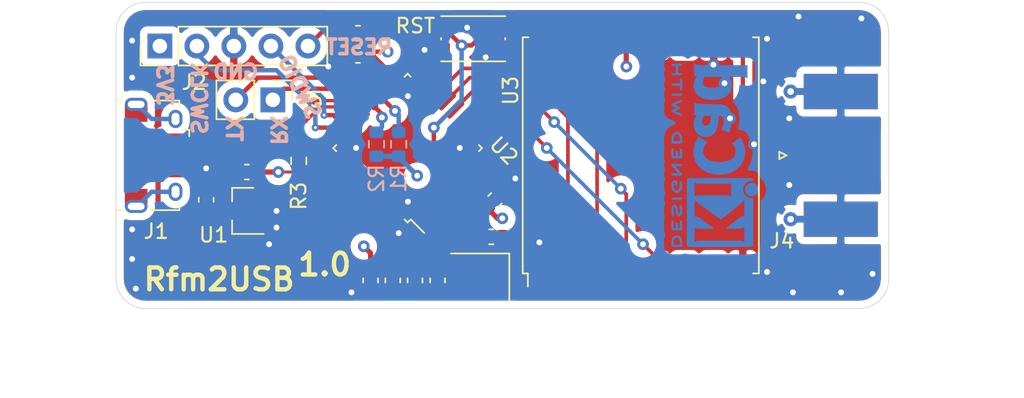
<source format=kicad_pcb>
(kicad_pcb (version 20171130) (host pcbnew 5.1.9-1.fc32)
  (layers (0 F.Cu signal) (1 In1.Cu-GND power) (2 In2.Cu-PWR power) (31 B.Cu signal) (34 B.Paste user) (35 F.Paste user) (36 B.SilkS user) (37 F.SilkS user) (38 B.Mask user) (39 F.Mask user) (44 Edge.Cuts user))
  (net 0 "")
  (net 1 "Net-(J1-Pad6)")
  (net 2 +5V)
  (net 3 GND)
  (net 4 "Net-(J1-Pad4)")
  (net 5 +3V3)
  (net 6 "Net-(U3-Pad6)")
  (net 7 "Net-(U3-Pad7)")
  (net 8 "Net-(U3-Pad11)")
  (net 9 "Net-(U3-Pad12)")
  (net 10 "Net-(U3-Pad15)")
  (net 11 "Net-(U3-Pad16)")
  (net 12 USB_D-)
  (net 13 USB_D+)
  (net 14 SPI_MISO)
  (net 15 SPI_MOSI)
  (net 16 SPI_CLK)
  (net 17 ~SPI_SS)
  (net 18 "Net-(U2-Pad31)")
  (net 19 "Net-(U2-Pad30)")
  (net 20 "Net-(U2-Pad29)")
  (net 21 "Net-(U2-Pad28)")
  (net 22 "Net-(U2-Pad27)")
  (net 23 "Net-(U2-Pad26)")
  (net 24 "Net-(U2-Pad25)")
  (net 25 SWCLK)
  (net 26 SWDIO)
  (net 27 "Net-(U2-Pad18)")
  (net 28 "Net-(U2-Pad15)")
  (net 29 "Net-(U2-Pad9)")
  (net 30 "Net-(U2-Pad8)")
  (net 31 "Net-(U2-Pad7)")
  (net 32 "Net-(U2-Pad6)")
  (net 33 ~RESET)
  (net 34 "Net-(C9-Pad1)")
  (net 35 "Net-(C10-Pad1)")
  (net 36 USART1_TX)
  (net 37 USART1_RX)
  (net 38 "Net-(J4-Pad1)")
  (net 39 ~RFM_IRQ)
  (module Connector_USB:USB_Micro-B_Amphenol_10118194_Horizontal (layer F.Cu) (at 102.6772 90.5 270)
    (fp_text reference J1 (at 5.207 -0.0738 180) (layer F.SilkS))
    (fp_text value USB_B_Micro)
    (pad 6 thru_hole oval (at 3.5 1.3 270) (size 0.89 1.55) (drill oval 0.5 1.15) (layers *.Cu *.Mask) (net 1 "Net-(J1-Pad6)"))
    (pad 6 thru_hole oval (at -3.5 1.3 270) (size 0.89 1.55) (drill oval 0.5 1.15) (layers *.Cu *.Mask) (net 1 "Net-(J1-Pad6)"))
    (pad 6 smd rect (at 2.9 1.3 270) (size 1.2 1.55) (layers F.Cu F.Paste F.Mask) (net 1 "Net-(J1-Pad6)"))
    (pad 6 smd rect (at -2.9 1.3 270) (size 1.2 1.55) (layers F.Cu F.Paste F.Mask) (net 1 "Net-(J1-Pad6)"))
    (pad 6 smd rect (at 1 1.3 270) (size 1.5 1.55) (layers F.Cu F.Paste F.Mask) (net 1 "Net-(J1-Pad6)"))
    (pad 6 smd rect (at -1 1.3 270) (size 1.5 1.55) (layers F.Cu F.Paste F.Mask) (net 1 "Net-(J1-Pad6)"))
    (pad 6 thru_hole oval (at 2.5 -1.4 270) (size 1.25 0.95) (drill oval 0.85 0.55) (layers *.Cu *.Mask) (net 1 "Net-(J1-Pad6)"))
    (pad 6 thru_hole oval (at -2.5 -1.4 270) (size 1.25 0.95) (drill oval 0.85 0.55) (layers *.Cu *.Mask) (net 1 "Net-(J1-Pad6)"))
    (pad 5 smd rect (at 1.3 -1.4 270) (size 0.4 1.35) (layers F.Cu F.Paste F.Mask) (net 3 GND))
    (pad 4 smd rect (at 0.65 -1.4 270) (size 0.4 1.35) (layers F.Cu F.Paste F.Mask) (net 4 "Net-(J1-Pad4)"))
    (pad 3 smd rect (at 0 -1.4 270) (size 0.4 1.35) (layers F.Cu F.Paste F.Mask) (net 13 USB_D+))
    (pad 2 smd rect (at -0.65 -1.4 270) (size 0.4 1.35) (layers F.Cu F.Paste F.Mask) (net 12 USB_D-))
    (pad 1 smd rect (at -1.3 -1.4 270) (size 0.4 1.35) (layers F.Cu F.Paste F.Mask) (net 2 +5V))
  )
  (module Button_Switch_SMD:SW_Push_1P1T_NO_CK_KMR2 (layer F.Cu) (at 124.5 82.5 180)
    (fp_text reference RST1 hide)
    (fp_text value RST (at 3.969 0.89) (layer F.SilkS))
    (pad 2 smd rect (at 2.05 0.8 180) (size 0.9 1) (layers F.Cu F.Paste F.Mask) (net 33 ~RESET))
    (pad 1 smd rect (at 2.05 -0.8 180) (size 0.9 1) (layers F.Cu F.Paste F.Mask) (net 3 GND))
    (pad 2 smd rect (at -2.05 0.8 180) (size 0.9 1) (layers F.Cu F.Paste F.Mask) (net 33 ~RESET))
    (pad 1 smd rect (at -2.05 -0.8 180) (size 0.9 1) (layers F.Cu F.Paste F.Mask) (net 3 GND))
  )
  (module Package_TO_SOT_SMD:SOT-23 (layer F.Cu) (at 108.72 94.31 180)
    (fp_text reference U1 (at 2.032 -1.651) (layer F.SilkS))
    (fp_text value AP2210N-3.3TRG1)
    (pad 3 smd rect (at 1 0 180) (size 0.9 0.8) (layers F.Cu F.Paste F.Mask) (net 2 +5V))
    (pad 2 smd rect (at -1 0.95 180) (size 0.9 0.8) (layers F.Cu F.Paste F.Mask) (net 5 +3V3))
    (pad 1 smd rect (at -1 -0.95 180) (size 0.9 0.8) (layers F.Cu F.Paste F.Mask) (net 3 GND))
  )
  (module Resistor_SMD:R_0603_1608Metric (layer F.Cu) (at 112.53 90.881 90)
    (fp_text reference R3 (at -2.413 0 270) (layer F.SilkS))
    (fp_text value 1k5)
    (pad 2 smd roundrect (at 0.825 0 90) (size 0.8 0.95) (layers F.Cu F.Paste F.Mask) (net 13 USB_D+))
    (pad 1 smd roundrect (at -0.825 0 90) (size 0.8 0.95) (layers F.Cu F.Paste F.Mask) (net 5 +3V3))
  )
  (module Connector_PinHeader_2.54mm:PinHeader_1x05_P2.54mm_Vertical (layer F.Cu) (at 103 83 90)
    (fp_text reference J2 (at -2.4835 2.3545 180) (layer F.SilkS))
    (fp_text value DBG)
    (pad 5 thru_hole oval (at 0 10.16 90) (size 1.7 1.7) (drill 1) (layers *.Cu *.Mask) (net 33 ~RESET))
    (pad 4 thru_hole oval (at 0 7.62 90) (size 1.7 1.7) (drill 1) (layers *.Cu *.Mask) (net 26 SWDIO))
    (pad 3 thru_hole oval (at 0 5.08 90) (size 1.7 1.7) (drill 1) (layers *.Cu *.Mask) (net 3 GND))
    (pad 2 thru_hole oval (at 0 2.54 90) (size 1.7 1.7) (drill 1) (layers *.Cu *.Mask) (net 25 SWCLK))
    (pad 1 thru_hole rect (at 0 0 90) (size 1.7 1.7) (drill 1) (layers *.Cu *.Mask) (net 5 +3V3))
  )
  (module Resistor_SMD:R_0603_1608Metric (layer B.Cu) (at 117.864 89.738 90)
    (fp_text reference R2 (at -2.3495 0 270) (layer B.SilkS) (effects (justify mirror)))
    (fp_text value 100k)
    (pad 2 smd roundrect (at 0.825 0 90) (size 0.8 0.95) (layers B.Cu B.Paste B.Mask) (net 37 USART1_RX))
    (pad 1 smd roundrect (at -0.825 0 90) (size 0.8 0.95) (layers B.Cu B.Paste B.Mask) (net 5 +3V3))
  )
  (module Resistor_SMD:R_0603_1608Metric (layer B.Cu) (at 119.388 89.738 90)
    (fp_text reference R1 (at -2.3495 0 270) (layer B.SilkS) (effects (justify mirror)))
    (fp_text value 100k)
    (pad 2 smd roundrect (at 0.825 0 90) (size 0.8 0.95) (layers B.Cu B.Paste B.Mask) (net 36 USART1_TX))
    (pad 1 smd roundrect (at -0.825 0 90) (size 0.8 0.95) (layers B.Cu B.Paste B.Mask) (net 5 +3V3))
  )
  (module Connector_PinHeader_2.54mm:PinHeader_1x02_P2.54mm_Vertical (layer F.Cu) (at 110.752 86.69 270)
    (fp_text reference J5 (at 0 -2.6035 180) (layer F.SilkS))
    (fp_text value UART)
    (pad 2 thru_hole oval (at 0 2.54 270) (size 1.7 1.7) (drill 1) (layers *.Cu *.Mask) (net 36 USART1_TX))
    (pad 1 thru_hole rect (at 0 0 270) (size 1.7 1.7) (drill 1) (layers *.Cu *.Mask) (net 37 USART1_RX))
  )
  (module Crystal:Crystal_SMD_3225-4Pin_3.2x2.5mm (layer F.Cu) (at 124.976 98.882 180)
    (fp_text reference Y1 hide)
    (fp_text value 8MHz)
    (pad 4 smd rect (at -1.1 -0.85 180) (size 1.4 1.2) (layers F.Cu F.Paste F.Mask))
    (pad 3 smd rect (at 1.1 -0.85 180) (size 1.4 1.2) (layers F.Cu F.Paste F.Mask))
    (pad 2 smd rect (at 1.1 0.85 180) (size 1.4 1.2) (layers F.Cu F.Paste F.Mask) (net 34 "Net-(C9-Pad1)"))
    (pad 1 smd rect (at -1.1 0.85 180) (size 1.4 1.2) (layers F.Cu F.Paste F.Mask) (net 35 "Net-(C10-Pad1)"))
  )
  (module Capacitor_SMD:C_0603_1608Metric (layer F.Cu) (at 125.738 96.088)
    (fp_text reference C10 hide)
    (fp_text value 18pF)
    (pad 2 smd roundrect (at 0.775 0) (size 0.9 0.95) (layers F.Cu F.Paste F.Mask) (net 3 GND))
    (pad 1 smd roundrect (at -0.775 0) (size 0.9 0.95) (layers F.Cu F.Paste F.Mask) (net 35 "Net-(C10-Pad1)"))
  )
  (module Capacitor_SMD:C_0603_1608Metric (layer F.Cu) (at 122.055 99.078 270)
    (fp_text reference C9 hide)
    (fp_text value 18pF)
    (pad 2 smd roundrect (at 0.775 0 270) (size 0.9 0.95) (layers F.Cu F.Paste F.Mask) (net 3 GND))
    (pad 1 smd roundrect (at -0.775 0 270) (size 0.9 0.95) (layers F.Cu F.Paste F.Mask) (net 34 "Net-(C9-Pad1)"))
  )
  (module Symbol:KiCad-Logo2_5mm_Copper (layer B.Cu) (at 141.105 90.5 90)
    (fp_text reference N1 hide)
    (fp_text value Housing hide)
    (fp_poly (pts (xy 6.228823 -2.274533) (xy 6.260202 -2.296776) (xy 6.287911 -2.324485) (xy 6.287911 -2.63392) (xy 6.287838 -2.725799) (xy 6.287495 -2.79784) (xy 6.286692 -2.85278) (xy 6.285241 -2.89336) (xy 6.282952 -2.922317) (xy 6.279636 -2.942391) (xy 6.275105 -2.956321) (xy 6.269169 -2.966845) (xy 6.264514 -2.9731) (xy 6.233783 -2.997673) (xy 6.198496 -3.000341) (xy 6.166245 -2.985271) (xy 6.155588 -2.976374) (xy 6.148464 -2.964557) (xy 6.144167 -2.945526) (xy 6.141991 -2.914992) (xy 6.141228 -2.868662) (xy 6.141155 -2.832871) (xy 6.141155 -2.698045) (xy 5.644444 -2.698045) (xy 5.644444 -2.8207) (xy 5.643931 -2.876787) (xy 5.641876 -2.915333) (xy 5.637508 -2.941361) (xy 5.630056 -2.959897) (xy 5.621047 -2.9731) (xy 5.590144 -2.997604) (xy 5.555196 -3.000506) (xy 5.521738 -2.983089) (xy 5.512604 -2.973959) (xy 5.506152 -2.961855) (xy 5.501897 -2.943001) (xy 5.499352 -2.91362) (xy 5.498029 -2.869937) (xy 5.497443 -2.808175) (xy 5.497375 -2.794) (xy 5.496891 -2.677631) (xy 5.496641 -2.581727) (xy 5.496723 -2.504177) (xy 5.497231 -2.442869) (xy 5.498262 -2.39569) (xy 5.499913 -2.36053) (xy 5.502279 -2.335276) (xy 5.505457 -2.317817) (xy 5.509544 -2.306041) (xy 5.514634 -2.297835) (xy 5.520266 -2.291645) (xy 5.552128 -2.271844) (xy 5.585357 -2.274533) (xy 5.616735 -2.296776) (xy 5.629433 -2.311126) (xy 5.637526 -2.326978) (xy 5.642042 -2.349554) (xy 5.644006 -2.384078) (xy 5.644444 -2.435776) (xy 5.644444 -2.551289) (xy 6.141155 -2.551289) (xy 6.141155 -2.432756) (xy 6.141662 -2.378148) (xy 6.143698 -2.341275) (xy 6.148035 -2.317307) (xy 6.155447 -2.301415) (xy 6.163733 -2.291645) (xy 6.195594 -2.271844) (xy 6.228823 -2.274533)) (layer B.Cu) (width 0.01))
    (fp_poly (pts (xy 4.963065 -2.269163) (xy 5.041772 -2.269542) (xy 5.102863 -2.270333) (xy 5.148817 -2.27167) (xy 5.182114 -2.273683) (xy 5.205236 -2.276506) (xy 5.220662 -2.280269) (xy 5.230871 -2.285105) (xy 5.235813 -2.288822) (xy 5.261457 -2.321358) (xy 5.264559 -2.355138) (xy 5.248711 -2.385826) (xy 5.238348 -2.398089) (xy 5.227196 -2.40645) (xy 5.211035 -2.411657) (xy 5.185642 -2.414457) (xy 5.146798 -2.415596) (xy 5.09028 -2.415821) (xy 5.07918 -2.415822) (xy 4.933244 -2.415822) (xy 4.933244 -2.686756) (xy 4.933148 -2.772154) (xy 4.932711 -2.837864) (xy 4.931712 -2.886774) (xy 4.929928 -2.921773) (xy 4.927137 -2.945749) (xy 4.923117 -2.961593) (xy 4.917645 -2.972191) (xy 4.910666 -2.980267) (xy 4.877734 -3.000112) (xy 4.843354 -2.998548) (xy 4.812176 -2.975906) (xy 4.809886 -2.9731) (xy 4.802429 -2.962492) (xy 4.796747 -2.950081) (xy 4.792601 -2.93285) (xy 4.78975 -2.907784) (xy 4.787954 -2.871867) (xy 4.786972 -2.822083) (xy 4.786564 -2.755417) (xy 4.786489 -2.679589) (xy 4.786489 -2.415822) (xy 4.647127 -2.415822) (xy 4.587322 -2.415418) (xy 4.545918 -2.41384) (xy 4.518748 -2.410547) (xy 4.501646 -2.404992) (xy 4.490443 -2.396631) (xy 4.489083 -2.395178) (xy 4.472725 -2.361939) (xy 4.474172 -2.324362) (xy 4.492978 -2.291645) (xy 4.50025 -2.285298) (xy 4.509627 -2.280266) (xy 4.523609 -2.276396) (xy 4.544696 -2.273537) (xy 4.575389 -2.271535) (xy 4.618189 -2.270239) (xy 4.675595 -2.269498) (xy 4.75011 -2.269158) (xy 4.844233 -2.269068) (xy 4.86426 -2.269067) (xy 4.963065 -2.269163)) (layer B.Cu) (width 0.01))
    (fp_poly (pts (xy 4.188614 -2.275877) (xy 4.212327 -2.290647) (xy 4.238978 -2.312227) (xy 4.238978 -2.633773) (xy 4.238893 -2.72783) (xy 4.238529 -2.801932) (xy 4.237724 -2.858704) (xy 4.236313 -2.900768) (xy 4.234133 -2.930748) (xy 4.231021 -2.951267) (xy 4.226814 -2.964949) (xy 4.221348 -2.974416) (xy 4.217472 -2.979082) (xy 4.186034 -2.999575) (xy 4.150233 -2.998739) (xy 4.118873 -2.981264) (xy 4.092222 -2.959684) (xy 4.092222 -2.312227) (xy 4.118873 -2.290647) (xy 4.144594 -2.274949) (xy 4.1656 -2.269067) (xy 4.188614 -2.275877)) (layer B.Cu) (width 0.01))
    (fp_poly (pts (xy 3.744665 -2.271034) (xy 3.764255 -2.278035) (xy 3.76501 -2.278377) (xy 3.791613 -2.298678) (xy 3.80627 -2.319561) (xy 3.809138 -2.329352) (xy 3.808996 -2.342361) (xy 3.804961 -2.360895) (xy 3.796146 -2.387257) (xy 3.781669 -2.423752) (xy 3.760645 -2.472687) (xy 3.732188 -2.536365) (xy 3.695415 -2.617093) (xy 3.675175 -2.661216) (xy 3.638625 -2.739985) (xy 3.604315 -2.812423) (xy 3.573552 -2.87588) (xy 3.547648 -2.927708) (xy 3.52791 -2.965259) (xy 3.51565 -2.985884) (xy 3.513224 -2.988733) (xy 3.482183 -3.001302) (xy 3.447121 -2.999619) (xy 3.419 -2.984332) (xy 3.417854 -2.983089) (xy 3.406668 -2.966154) (xy 3.387904 -2.93317) (xy 3.363875 -2.88838) (xy 3.336897 -2.836032) (xy 3.327201 -2.816742) (xy 3.254014 -2.67015) (xy 3.17424 -2.829393) (xy 3.145767 -2.884415) (xy 3.11935 -2.932132) (xy 3.097148 -2.968893) (xy 3.081319 -2.991044) (xy 3.075954 -2.995741) (xy 3.034257 -3.002102) (xy 2.999849 -2.988733) (xy 2.989728 -2.974446) (xy 2.972214 -2.942692) (xy 2.948735 -2.896597) (xy 2.92072 -2.839285) (xy 2.889599 -2.77388) (xy 2.856799 -2.703507) (xy 2.82375 -2.631291) (xy 2.791881 -2.560355) (xy 2.762619 -2.493825) (xy 2.737395 -2.434826) (xy 2.717636 -2.386481) (xy 2.704772 -2.351915) (xy 2.700231 -2.334253) (xy 2.700277 -2.333613) (xy 2.711326 -2.311388) (xy 2.73341 -2.288753) (xy 2.73471 -2.287768) (xy 2.761853 -2.272425) (xy 2.786958 -2.272574) (xy 2.796368 -2.275466) (xy 2.807834 -2.281718) (xy 2.82001 -2.294014) (xy 2.834357 -2.314908) (xy 2.852336 -2.346949) (xy 2.875407 -2.392688) (xy 2.90503 -2.454677) (xy 2.931745 -2.511898) (xy 2.96248 -2.578226) (xy 2.990021 -2.637874) (xy 3.012938 -2.687725) (xy 3.029798 -2.724664) (xy 3.039173 -2.745573) (xy 3.04054 -2.748845) (xy 3.046689 -2.743497) (xy 3.060822 -2.721109) (xy 3.081057 -2.684946) (xy 3.105515 -2.638277) (xy 3.115248 -2.619022) (xy 3.148217 -2.554004) (xy 3.173643 -2.506654) (xy 3.193612 -2.474219) (xy 3.21021 -2.453946) (xy 3.225524 -2.443082) (xy 3.24164 -2.438875) (xy 3.252143 -2.4384) (xy 3.27067 -2.440042) (xy 3.286904 -2.446831) (xy 3.303035 -2.461566) (xy 3.321251 -2.487044) (xy 3.343739 -2.526061) (xy 3.372689 -2.581414) (xy 3.388662 -2.612903) (xy 3.41457 -2.663087) (xy 3.437167 -2.704704) (xy 3.454458 -2.734242) (xy 3.46445 -2.748189) (xy 3.465809 -2.74877) (xy 3.472261 -2.737793) (xy 3.486708 -2.70929) (xy 3.507703 -2.666244) (xy 3.533797 -2.611638) (xy 3.563546 -2.548454) (xy 3.57818 -2.517071) (xy 3.61625 -2.436078) (xy 3.646905 -2.373756) (xy 3.671737 -2.328071) (xy 3.692337 -2.296989) (xy 3.710298 -2.278478) (xy 3.72721 -2.270504) (xy 3.744665 -2.271034)) (layer B.Cu) (width 0.01))
    (fp_poly (pts (xy 1.018309 -2.269275) (xy 1.147288 -2.273636) (xy 1.256991 -2.286861) (xy 1.349226 -2.309741) (xy 1.425802 -2.34307) (xy 1.488527 -2.387638) (xy 1.539212 -2.444236) (xy 1.579663 -2.513658) (xy 1.580459 -2.515351) (xy 1.604601 -2.577483) (xy 1.613203 -2.632509) (xy 1.606231 -2.687887) (xy 1.583654 -2.751073) (xy 1.579372 -2.760689) (xy 1.550172 -2.816966) (xy 1.517356 -2.860451) (xy 1.475002 -2.897417) (xy 1.41719 -2.934135) (xy 1.413831 -2.936052) (xy 1.363504 -2.960227) (xy 1.306621 -2.978282) (xy 1.239527 -2.990839) (xy 1.158565 -2.998522) (xy 1.060082 -3.001953) (xy 1.025286 -3.002251) (xy 0.859594 -3.002845) (xy 0.836197 -2.9731) (xy 0.829257 -2.963319) (xy 0.823842 -2.951897) (xy 0.819765 -2.936095) (xy 0.816837 -2.913175) (xy 0.814867 -2.880396) (xy 0.814225 -2.856089) (xy 0.970844 -2.856089) (xy 1.064726 -2.856089) (xy 1.119664 -2.854483) (xy 1.17606 -2.850255) (xy 1.222345 -2.844292) (xy 1.225139 -2.84379) (xy 1.307348 -2.821736) (xy 1.371114 -2.7886) (xy 1.418452 -2.742847) (xy 1.451382 -2.682939) (xy 1.457108 -2.667061) (xy 1.462721 -2.642333) (xy 1.460291 -2.617902) (xy 1.448467 -2.5854) (xy 1.44134 -2.569434) (xy 1.418 -2.527006) (xy 1.38988 -2.49724) (xy 1.35894 -2.476511) (xy 1.296966 -2.449537) (xy 1.217651 -2.429998) (xy 1.125253 -2.418746) (xy 1.058333 -2.41627) (xy 0.970844 -2.415822) (xy 0.970844 -2.856089) (xy 0.814225 -2.856089) (xy 0.813668 -2.835021) (xy 0.81305 -2.774311) (xy 0.812825 -2.695526) (xy 0.8128 -2.63392) (xy 0.8128 -2.324485) (xy 0.840509 -2.296776) (xy 0.852806 -2.285544) (xy 0.866103 -2.277853) (xy 0.884672 -2.27304) (xy 0.912786 -2.270446) (xy 0.954717 -2.26941) (xy 1.014737 -2.26927) (xy 1.018309 -2.269275)) (layer B.Cu) (width 0.01))
    (fp_poly (pts (xy 0.230343 -2.26926) (xy 0.306701 -2.270174) (xy 0.365217 -2.272311) (xy 0.408255 -2.276175) (xy 0.438183 -2.282267) (xy 0.457368 -2.29109) (xy 0.468176 -2.303146) (xy 0.472973 -2.318939) (xy 0.474127 -2.33897) (xy 0.474133 -2.341335) (xy 0.473131 -2.363992) (xy 0.468396 -2.381503) (xy 0.457333 -2.394574) (xy 0.437348 -2.403913) (xy 0.405846 -2.410227) (xy 0.360232 -2.414222) (xy 0.297913 -2.416606) (xy 0.216293 -2.418086) (xy 0.191277 -2.418414) (xy -0.0508 -2.421467) (xy -0.054186 -2.486378) (xy -0.057571 -2.551289) (xy 0.110576 -2.551289) (xy 0.176266 -2.551531) (xy 0.223172 -2.552556) (xy 0.255083 -2.554811) (xy 0.275791 -2.558742) (xy 0.289084 -2.564798) (xy 0.298755 -2.573424) (xy 0.298817 -2.573493) (xy 0.316356 -2.607112) (xy 0.315722 -2.643448) (xy 0.297314 -2.674423) (xy 0.293671 -2.677607) (xy 0.280741 -2.685812) (xy 0.263024 -2.691521) (xy 0.23657 -2.695162) (xy 0.197432 -2.697167) (xy 0.141662 -2.697964) (xy 0.105994 -2.698045) (xy -0.056445 -2.698045) (xy -0.056445 -2.856089) (xy 0.190161 -2.856089) (xy 0.27158 -2.856231) (xy 0.33341 -2.856814) (xy 0.378637 -2.858068) (xy 0.410248 -2.860227) (xy 0.431231 -2.863523) (xy 0.444573 -2.868189) (xy 0.453261 -2.874457) (xy 0.45545 -2.876733) (xy 0.471614 -2.90828) (xy 0.472797 -2.944168) (xy 0.459536 -2.975285) (xy 0.449043 -2.985271) (xy 0.438129 -2.990769) (xy 0.421217 -2.995022) (xy 0.395633 -2.99818) (xy 0.358701 -3.000392) (xy 0.307746 -3.001806) (xy 0.240094 -3.002572) (xy 0.153069 -3.002838) (xy 0.133394 -3.002845) (xy 0.044911 -3.002787) (xy -0.023773 -3.002467) (xy -0.075436 -3.001667) (xy -0.112855 -3.000167) (xy -0.13881 -2.997749) (xy -0.156078 -2.994194) (xy -0.167438 -2.989282) (xy -0.175668 -2.982795) (xy -0.180183 -2.978138) (xy -0.186979 -2.969889) (xy -0.192288 -2.959669) (xy -0.196294 -2.9448) (xy -0.199179 -2.922602) (xy -0.201126 -2.890393) (xy -0.202319 -2.845496) (xy -0.202939 -2.785228) (xy -0.203171 -2.706911) (xy -0.2032 -2.640994) (xy -0.203129 -2.548628) (xy -0.202792 -2.476117) (xy -0.202002 -2.420737) (xy -0.200574 -2.379765) (xy -0.198321 -2.350478) (xy -0.195057 -2.330153) (xy -0.190596 -2.316066) (xy -0.184752 -2.305495) (xy -0.179803 -2.298811) (xy -0.156406 -2.269067) (xy 0.133774 -2.269067) (xy 0.230343 -2.26926)) (layer B.Cu) (width 0.01))
    (fp_poly (pts (xy -1.300114 -2.273448) (xy -1.276548 -2.287273) (xy -1.245735 -2.309881) (xy -1.206078 -2.342338) (xy -1.15598 -2.385708) (xy -1.093843 -2.441058) (xy -1.018072 -2.509451) (xy -0.931334 -2.588084) (xy -0.750711 -2.751878) (xy -0.745067 -2.532029) (xy -0.743029 -2.456351) (xy -0.741063 -2.399994) (xy -0.738734 -2.359706) (xy -0.735606 -2.332235) (xy -0.731245 -2.314329) (xy -0.725216 -2.302737) (xy -0.717084 -2.294208) (xy -0.712772 -2.290623) (xy -0.678241 -2.27167) (xy -0.645383 -2.274441) (xy -0.619318 -2.290633) (xy -0.592667 -2.312199) (xy -0.589352 -2.627151) (xy -0.588435 -2.719779) (xy -0.587968 -2.792544) (xy -0.588113 -2.848161) (xy -0.589032 -2.889342) (xy -0.590887 -2.918803) (xy -0.593839 -2.939255) (xy -0.59805 -2.953413) (xy -0.603682 -2.963991) (xy -0.609927 -2.972474) (xy -0.623439 -2.988207) (xy -0.636883 -2.998636) (xy -0.652124 -3.002639) (xy -0.671026 -2.999094) (xy -0.695455 -2.986879) (xy -0.727273 -2.964871) (xy -0.768348 -2.931949) (xy -0.820542 -2.886991) (xy -0.885722 -2.828875) (xy -0.959556 -2.762099) (xy -1.224845 -2.521458) (xy -1.230489 -2.740589) (xy -1.232531 -2.816128) (xy -1.234502 -2.872354) (xy -1.236839 -2.912524) (xy -1.239981 -2.939896) (xy -1.244364 -2.957728) (xy -1.250424 -2.969279) (xy -1.2586 -2.977807) (xy -1.262784 -2.981282) (xy -1.299765 -3.000372) (xy -1.334708 -2.997493) (xy -1.365136 -2.9731) (xy -1.372097 -2.963286) (xy -1.377523 -2.951826) (xy -1.381603 -2.935968) (xy -1.384529 -2.912963) (xy -1.386492 -2.880062) (xy -1.387683 -2.834516) (xy -1.388292 -2.773573) (xy -1.388511 -2.694486) (xy -1.388534 -2.635956) (xy -1.38846 -2.544407) (xy -1.388113 -2.472687) (xy -1.387301 -2.418045) (xy -1.385833 -2.377732) (xy -1.383519 -2.348998) (xy -1.380167 -2.329093) (xy -1.375588 -2.315268) (xy -1.369589 -2.304772) (xy -1.365136 -2.298811) (xy -1.35385 -2.284691) (xy -1.343301 -2.274029) (xy -1.331893 -2.267892) (xy -1.31803 -2.267343) (xy -1.300114 -2.273448)) (layer B.Cu) (width 0.01))
    (fp_poly (pts (xy -1.950081 -2.274599) (xy -1.881565 -2.286095) (xy -1.828943 -2.303967) (xy -1.794708 -2.327499) (xy -1.785379 -2.340924) (xy -1.775893 -2.372148) (xy -1.782277 -2.400395) (xy -1.80243 -2.427182) (xy -1.833745 -2.439713) (xy -1.879183 -2.438696) (xy -1.914326 -2.431906) (xy -1.992419 -2.418971) (xy -2.072226 -2.417742) (xy -2.161555 -2.428241) (xy -2.186229 -2.43269) (xy -2.269291 -2.456108) (xy -2.334273 -2.490945) (xy -2.380461 -2.536604) (xy -2.407145 -2.592494) (xy -2.412663 -2.621388) (xy -2.409051 -2.680012) (xy -2.385729 -2.731879) (xy -2.344824 -2.775978) (xy -2.288459 -2.811299) (xy -2.21876 -2.836829) (xy -2.137852 -2.851559) (xy -2.04786 -2.854478) (xy -1.95091 -2.844575) (xy -1.945436 -2.843641) (xy -1.906875 -2.836459) (xy -1.885494 -2.829521) (xy -1.876227 -2.819227) (xy -1.874006 -2.801976) (xy -1.873956 -2.792841) (xy -1.873956 -2.754489) (xy -1.942431 -2.754489) (xy -2.0029 -2.750347) (xy -2.044165 -2.737147) (xy -2.068175 -2.71373) (xy -2.076877 -2.678936) (xy -2.076983 -2.674394) (xy -2.071892 -2.644654) (xy -2.054433 -2.623419) (xy -2.021939 -2.609366) (xy -1.971743 -2.601173) (xy -1.923123 -2.598161) (xy -1.852456 -2.596433) (xy -1.801198 -2.59907) (xy -1.766239 -2.6088) (xy -1.74447 -2.628353) (xy -1.73278 -2.660456) (xy -1.72806 -2.707838) (xy -1.7272 -2.770071) (xy -1.728609 -2.839535) (xy -1.732848 -2.886786) (xy -1.739936 -2.912012) (xy -1.741311 -2.913988) (xy -1.780228 -2.945508) (xy -1.837286 -2.97047) (xy -1.908869 -2.98834) (xy -1.991358 -2.998586) (xy -2.081139 -3.000673) (xy -2.174592 -2.994068) (xy -2.229556 -2.985956) (xy -2.315766 -2.961554) (xy -2.395892 -2.921662) (xy -2.462977 -2.869887) (xy -2.473173 -2.859539) (xy -2.506302 -2.816035) (xy -2.536194 -2.762118) (xy -2.559357 -2.705592) (xy -2.572298 -2.654259) (xy -2.573858 -2.634544) (xy -2.567218 -2.593419) (xy -2.549568 -2.542252) (xy -2.524297 -2.488394) (xy -2.494789 -2.439195) (xy -2.468719 -2.406334) (xy -2.407765 -2.357452) (xy -2.328969 -2.318545) (xy -2.235157 -2.290494) (xy -2.12915 -2.274179) (xy -2.032 -2.270192) (xy -1.950081 -2.274599)) (layer B.Cu) (width 0.01))
    (fp_poly (pts (xy -2.923822 -2.291645) (xy -2.917242 -2.299218) (xy -2.912079 -2.308987) (xy -2.908164 -2.323571) (xy -2.905324 -2.345585) (xy -2.903387 -2.377648) (xy -2.902183 -2.422375) (xy -2.901539 -2.482385) (xy -2.901284 -2.560294) (xy -2.901245 -2.635956) (xy -2.901314 -2.729802) (xy -2.901638 -2.803689) (xy -2.902386 -2.860232) (xy -2.903732 -2.902049) (xy -2.905846 -2.931757) (xy -2.9089 -2.951973) (xy -2.913066 -2.965314) (xy -2.918516 -2.974398) (xy -2.923822 -2.980267) (xy -2.956826 -2.999947) (xy -2.991991 -2.998181) (xy -3.023455 -2.976717) (xy -3.030684 -2.968337) (xy -3.036334 -2.958614) (xy -3.040599 -2.944861) (xy -3.043673 -2.924389) (xy -3.045752 -2.894512) (xy -3.04703 -2.852541) (xy -3.047701 -2.795789) (xy -3.047959 -2.721567) (xy -3.048 -2.637537) (xy -3.048 -2.324485) (xy -3.020291 -2.296776) (xy -2.986137 -2.273463) (xy -2.953006 -2.272623) (xy -2.923822 -2.291645)) (layer B.Cu) (width 0.01))
    (fp_poly (pts (xy -3.691703 -2.270351) (xy -3.616888 -2.275581) (xy -3.547306 -2.28375) (xy -3.487002 -2.29455) (xy -3.44002 -2.307673) (xy -3.410406 -2.322813) (xy -3.40586 -2.327269) (xy -3.390054 -2.36185) (xy -3.394847 -2.397351) (xy -3.419364 -2.427725) (xy -3.420534 -2.428596) (xy -3.434954 -2.437954) (xy -3.450008 -2.442876) (xy -3.471005 -2.443473) (xy -3.503257 -2.439861) (xy -3.552073 -2.432154) (xy -3.556 -2.431505) (xy -3.628739 -2.422569) (xy -3.707217 -2.418161) (xy -3.785927 -2.418119) (xy -3.859361 -2.422279) (xy -3.922011 -2.430479) (xy -3.96837 -2.442557) (xy -3.971416 -2.443771) (xy -4.005048 -2.462615) (xy -4.016864 -2.481685) (xy -4.007614 -2.500439) (xy -3.978047 -2.518337) (xy -3.928911 -2.534837) (xy -3.860957 -2.549396) (xy -3.815645 -2.556406) (xy -3.721456 -2.569889) (xy -3.646544 -2.582214) (xy -3.587717 -2.594449) (xy -3.541785 -2.607661) (xy -3.505555 -2.622917) (xy -3.475838 -2.641285) (xy -3.449442 -2.663831) (xy -3.42823 -2.685971) (xy -3.403065 -2.716819) (xy -3.390681 -2.743345) (xy -3.386808 -2.776026) (xy -3.386667 -2.787995) (xy -3.389576 -2.827712) (xy -3.401202 -2.857259) (xy -3.421323 -2.883486) (xy -3.462216 -2.923576) (xy -3.507817 -2.954149) (xy -3.561513 -2.976203) (xy -3.626692 -2.990735) (xy -3.706744 -2.998741) (xy -3.805057 -3.001218) (xy -3.821289 -3.001177) (xy -3.886849 -2.999818) (xy -3.951866 -2.99673) (xy -4.009252 -2.992356) (xy -4.051922 -2.98714) (xy -4.055372 -2.986541) (xy -4.097796 -2.976491) (xy -4.13378 -2.963796) (xy -4.15415 -2.95219) (xy -4.173107 -2.921572) (xy -4.174427 -2.885918) (xy -4.158085 -2.854144) (xy -4.154429 -2.850551) (xy -4.139315 -2.839876) (xy -4.120415 -2.835276) (xy -4.091162 -2.836059) (xy -4.055651 -2.840127) (xy -4.01597 -2.843762) (xy -3.960345 -2.846828) (xy -3.895406 -2.849053) (xy -3.827785 -2.850164) (xy -3.81 -2.850237) (xy -3.742128 -2.849964) (xy -3.692454 -2.848646) (xy -3.65661 -2.845827) (xy -3.630224 -2.84105) (xy -3.608926 -2.833857) (xy -3.596126 -2.827867) (xy -3.568 -2.811233) (xy -3.550068 -2.796168) (xy -3.547447 -2.791897) (xy -3.552976 -2.774263) (xy -3.57926 -2.757192) (xy -3.624478 -2.741458) (xy -3.686808 -2.727838) (xy -3.705171 -2.724804) (xy -3.80109 -2.709738) (xy -3.877641 -2.697146) (xy -3.93778 -2.686111) (xy -3.98446 -2.67572) (xy -4.020637 -2.665056) (xy -4.049265 -2.653205) (xy -4.073298 -2.639251) (xy -4.095692 -2.622281) (xy -4.119402 -2.601378) (xy -4.12738 -2.594049) (xy -4.155353 -2.566699) (xy -4.17016 -2.545029) (xy -4.175952 -2.520232) (xy -4.176889 -2.488983) (xy -4.166575 -2.427705) (xy -4.135752 -2.37564) (xy -4.084595 -2.332958) (xy -4.013283 -2.299825) (xy -3.9624 -2.284964) (xy -3.9071 -2.275366) (xy -3.840853 -2.269936) (xy -3.767706 -2.268367) (xy -3.691703 -2.270351)) (layer B.Cu) (width 0.01))
    (fp_poly (pts (xy -4.712794 -2.269146) (xy -4.643386 -2.269518) (xy -4.590997 -2.270385) (xy -4.552847 -2.271946) (xy -4.526159 -2.274403) (xy -4.508153 -2.277957) (xy -4.496049 -2.28281) (xy -4.487069 -2.289161) (xy -4.483818 -2.292084) (xy -4.464043 -2.323142) (xy -4.460482 -2.358828) (xy -4.473491 -2.39051) (xy -4.479506 -2.396913) (xy -4.489235 -2.403121) (xy -4.504901 -2.40791) (xy -4.529408 -2.411514) (xy -4.565661 -2.414164) (xy -4.616565 -2.416095) (xy -4.685026 -2.417539) (xy -4.747617 -2.418418) (xy -4.995334 -2.421467) (xy -4.998719 -2.486378) (xy -5.002105 -2.551289) (xy -4.833958 -2.551289) (xy -4.760959 -2.551919) (xy -4.707517 -2.554553) (xy -4.670628 -2.560309) (xy -4.647288 -2.570304) (xy -4.634494 -2.585656) (xy -4.629242 -2.607482) (xy -4.628445 -2.627738) (xy -4.630923 -2.652592) (xy -4.640277 -2.670906) (xy -4.659383 -2.683637) (xy -4.691118 -2.691741) (xy -4.738359 -2.696176) (xy -4.803983 -2.697899) (xy -4.839801 -2.698045) (xy -5.000978 -2.698045) (xy -5.000978 -2.856089) (xy -4.752622 -2.856089) (xy -4.671213 -2.856202) (xy -4.609342 -2.856712) (xy -4.563968 -2.85787) (xy -4.532054 -2.85993) (xy -4.510559 -2.863146) (xy -4.496443 -2.867772) (xy -4.486668 -2.874059) (xy -4.481689 -2.878667) (xy -4.46461 -2.90556) (xy -4.459111 -2.929467) (xy -4.466963 -2.958667) (xy -4.481689 -2.980267) (xy -4.489546 -2.987066) (xy -4.499688 -2.992346) (xy -4.514844 -2.996298) (xy -4.537741 -2.999113) (xy -4.571109 -3.000982) (xy -4.617675 -3.002098) (xy -4.680167 -3.002651) (xy -4.761314 -3.002833) (xy -4.803422 -3.002845) (xy -4.893598 -3.002765) (xy -4.963924 -3.002398) (xy -5.017129 -3.001552) (xy -5.05594 -3.000036) (xy -5.083087 -2.997659) (xy -5.101298 -2.994229) (xy -5.1133 -2.989554) (xy -5.121822 -2.983444) (xy -5.125156 -2.980267) (xy -5.131755 -2.97267) (xy -5.136927 -2.96287) (xy -5.140846 -2.948239) (xy -5.143684 -2.926152) (xy -5.145615 -2.893982) (xy -5.146812 -2.849103) (xy -5.147448 -2.788889) (xy -5.147697 -2.710713) (xy -5.147734 -2.637923) (xy -5.1477 -2.544707) (xy -5.147465 -2.471431) (xy -5.14683 -2.415458) (xy -5.145594 -2.374151) (xy -5.143556 -2.344872) (xy -5.140517 -2.324984) (xy -5.136277 -2.31185) (xy -5.130635 -2.302832) (xy -5.123391 -2.295293) (xy -5.121606 -2.293612) (xy -5.112945 -2.286172) (xy -5.102882 -2.280409) (xy -5.088625 -2.276112) (xy -5.067383 -2.273064) (xy -5.036364 -2.271051) (xy -4.992777 -2.26986) (xy -4.933831 -2.269275) (xy -4.856734 -2.269083) (xy -4.802001 -2.269067) (xy -4.712794 -2.269146)) (layer B.Cu) (width 0.01))
    (fp_poly (pts (xy -6.121371 -2.269066) (xy -6.081889 -2.269467) (xy -5.9662 -2.272259) (xy -5.869311 -2.28055) (xy -5.787919 -2.295232) (xy -5.718723 -2.317193) (xy -5.65842 -2.347322) (xy -5.603708 -2.38651) (xy -5.584167 -2.403532) (xy -5.55175 -2.443363) (xy -5.52252 -2.497413) (xy -5.499991 -2.557323) (xy -5.487679 -2.614739) (xy -5.4864 -2.635956) (xy -5.494417 -2.694769) (xy -5.515899 -2.759013) (xy -5.546999 -2.819821) (xy -5.583866 -2.86833) (xy -5.589854 -2.874182) (xy -5.640579 -2.915321) (xy -5.696125 -2.947435) (xy -5.759696 -2.971365) (xy -5.834494 -2.987953) (xy -5.923722 -2.998041) (xy -6.030582 -3.002469) (xy -6.079528 -3.002845) (xy -6.141762 -3.002545) (xy -6.185528 -3.001292) (xy -6.214931 -2.998554) (xy -6.234079 -2.993801) (xy -6.247077 -2.986501) (xy -6.254045 -2.980267) (xy -6.260626 -2.972694) (xy -6.265788 -2.962924) (xy -6.269703 -2.94834) (xy -6.272543 -2.926326) (xy -6.27448 -2.894264) (xy -6.275684 -2.849536) (xy -6.276328 -2.789526) (xy -6.276583 -2.711617) (xy -6.276622 -2.635956) (xy -6.27687 -2.535041) (xy -6.276817 -2.454427) (xy -6.275857 -2.415822) (xy -6.129867 -2.415822) (xy -6.129867 -2.856089) (xy -6.036734 -2.856004) (xy -5.980693 -2.854396) (xy -5.921999 -2.850256) (xy -5.873028 -2.844464) (xy -5.871538 -2.844226) (xy -5.792392 -2.82509) (xy -5.731002 -2.795287) (xy -5.684305 -2.752878) (xy -5.654635 -2.706961) (xy -5.636353 -2.656026) (xy -5.637771 -2.6082) (xy -5.658988 -2.556933) (xy -5.700489 -2.503899) (xy -5.757998 -2.4646) (xy -5.83275 -2.438331) (xy -5.882708 -2.429035) (xy -5.939416 -2.422507) (xy -5.999519 -2.417782) (xy -6.050639 -2.415817) (xy -6.053667 -2.415808) (xy -6.129867 -2.415822) (xy -6.275857 -2.415822) (xy -6.27526 -2.391851) (xy -6.270998 -2.345055) (xy -6.26283 -2.311778) (xy -6.249556 -2.289759) (xy -6.229974 -2.276739) (xy -6.202883 -2.270457) (xy -6.167082 -2.268653) (xy -6.121371 -2.269066)) (layer B.Cu) (width 0.01))
    (fp_poly (pts (xy -2.273043 2.973429) (xy -2.176768 2.949191) (xy -2.090184 2.906359) (xy -2.015373 2.846581) (xy -1.954418 2.771506) (xy -1.909399 2.68278) (xy -1.883136 2.58647) (xy -1.877286 2.489205) (xy -1.89214 2.395346) (xy -1.92584 2.307489) (xy -1.976528 2.22823) (xy -2.042345 2.160164) (xy -2.121434 2.105888) (xy -2.211934 2.067998) (xy -2.2632 2.055574) (xy -2.307698 2.048053) (xy -2.341999 2.045081) (xy -2.37496 2.046906) (xy -2.415434 2.053775) (xy -2.448531 2.06075) (xy -2.541947 2.092259) (xy -2.625619 2.143383) (xy -2.697665 2.212571) (xy -2.7562 2.298272) (xy -2.770148 2.325511) (xy -2.786586 2.361878) (xy -2.796894 2.392418) (xy -2.80246 2.42455) (xy -2.804669 2.465693) (xy -2.804948 2.511778) (xy -2.800861 2.596135) (xy -2.787446 2.665414) (xy -2.762256 2.726039) (xy -2.722846 2.784433) (xy -2.684298 2.828698) (xy -2.612406 2.894516) (xy -2.537313 2.939947) (xy -2.454562 2.96715) (xy -2.376928 2.977424) (xy -2.273043 2.973429)) (layer B.Cu) (width 0.01))
    (fp_poly (pts (xy 6.186507 0.527755) (xy 6.186526 0.293338) (xy 6.186552 0.080397) (xy 6.186625 -0.112168) (xy 6.186782 -0.285459) (xy 6.187064 -0.440576) (xy 6.187509 -0.57862) (xy 6.188156 -0.700692) (xy 6.189045 -0.807894) (xy 6.190213 -0.901326) (xy 6.191701 -0.98209) (xy 6.193546 -1.051286) (xy 6.195789 -1.110015) (xy 6.198469 -1.159379) (xy 6.201623 -1.200478) (xy 6.205292 -1.234413) (xy 6.209513 -1.262286) (xy 6.214327 -1.285198) (xy 6.219773 -1.304249) (xy 6.225888 -1.32054) (xy 6.232712 -1.335173) (xy 6.240285 -1.349249) (xy 6.248645 -1.363868) (xy 6.253839 -1.372974) (xy 6.288104 -1.433689) (xy 5.429955 -1.433689) (xy 5.429955 -1.337733) (xy 5.429224 -1.29437) (xy 5.427272 -1.261205) (xy 5.424463 -1.243424) (xy 5.423221 -1.241778) (xy 5.411799 -1.248662) (xy 5.389084 -1.266505) (xy 5.366385 -1.285879) (xy 5.3118 -1.326614) (xy 5.242321 -1.367617) (xy 5.16527 -1.405123) (xy 5.087965 -1.435364) (xy 5.057113 -1.445012) (xy 4.988616 -1.459578) (xy 4.905764 -1.469539) (xy 4.816371 -1.474583) (xy 4.728248 -1.474396) (xy 4.649207 -1.468666) (xy 4.611511 -1.462858) (xy 4.473414 -1.424797) (xy 4.346113 -1.367073) (xy 4.230292 -1.290211) (xy 4.126637 -1.194739) (xy 4.035833 -1.081179) (xy 3.969031 -0.970381) (xy 3.914164 -0.853625) (xy 3.872163 -0.734276) (xy 3.842167 -0.608283) (xy 3.823311 -0.471594) (xy 3.814732 -0.320158) (xy 3.814006 -0.242711) (xy 3.8161 -0.185934) (xy 4.645217 -0.185934) (xy 4.645424 -0.279002) (xy 4.648337 -0.366692) (xy 4.654 -0.443772) (xy 4.662455 -0.505009) (xy 4.665038 -0.51735) (xy 4.69684 -0.624633) (xy 4.738498 -0.711658) (xy 4.790363 -0.778642) (xy 4.852781 -0.825805) (xy 4.9261 -0.853365) (xy 5.010669 -0.861541) (xy 5.106835 -0.850551) (xy 5.170311 -0.834829) (xy 5.219454 -0.816639) (xy 5.273583 -0.790791) (xy 5.314244 -0.767089) (xy 5.3848 -0.720721) (xy 5.3848 0.42947) (xy 5.317392 0.473038) (xy 5.238867 0.51396) (xy 5.154681 0.540611) (xy 5.069557 0.552535) (xy 4.988216 0.549278) (xy 4.91538 0.530385) (xy 4.883426 0.514816) (xy 4.825501 0.471819) (xy 4.776544 0.415047) (xy 4.73539 0.342425) (xy 4.700874 0.251879) (xy 4.671833 0.141334) (xy 4.670552 0.135467) (xy 4.660381 0.073212) (xy 4.652739 -0.004594) (xy 4.64767 -0.09272) (xy 4.645217 -0.185934) (xy 3.8161 -0.185934) (xy 3.821857 -0.029895) (xy 3.843802 0.165941) (xy 3.879786 0.344668) (xy 3.929759 0.506155) (xy 3.993668 0.650274) (xy 4.071462 0.776894) (xy 4.163089 0.885885) (xy 4.268497 0.977117) (xy 4.313662 1.008068) (xy 4.414611 1.064215) (xy 4.517901 1.103826) (xy 4.627989 1.127986) (xy 4.74933 1.137781) (xy 4.841836 1.136735) (xy 4.97149 1.125769) (xy 5.084084 1.103954) (xy 5.182875 1.070286) (xy 5.271121 1.023764) (xy 5.319986 0.989552) (xy 5.349353 0.967638) (xy 5.371043 0.952667) (xy 5.379253 0.948267) (xy 5.380868 0.959096) (xy 5.382159 0.989749) (xy 5.383138 1.037474) (xy 5.383817 1.099521) (xy 5.38421 1.173138) (xy 5.38433 1.255573) (xy 5.384188 1.344075) (xy 5.383797 1.435893) (xy 5.383171 1.528276) (xy 5.38232 1.618472) (xy 5.38126 1.703729) (xy 5.380001 1.781297) (xy 5.378556 1.848424) (xy 5.376938 1.902359) (xy 5.375161 1.94035) (xy 5.374669 1.947333) (xy 5.367092 2.017749) (xy 5.355531 2.072898) (xy 5.337792 2.120019) (xy 5.311682 2.166353) (xy 5.305415 2.175933) (xy 5.280983 2.212622) (xy 6.186311 2.212622) (xy 6.186507 0.527755)) (layer B.Cu) (width 0.01))
    (fp_poly (pts (xy 2.673574 1.133448) (xy 2.825492 1.113433) (xy 2.960756 1.079798) (xy 3.080239 1.032275) (xy 3.184815 0.970595) (xy 3.262424 0.907035) (xy 3.331265 0.832901) (xy 3.385006 0.753129) (xy 3.42791 0.660909) (xy 3.443384 0.617839) (xy 3.456244 0.578858) (xy 3.467446 0.542711) (xy 3.47712 0.507566) (xy 3.485396 0.47159) (xy 3.492403 0.43295) (xy 3.498272 0.389815) (xy 3.503131 0.340351) (xy 3.50711 0.282727) (xy 3.51034 0.215109) (xy 3.512949 0.135666) (xy 3.515067 0.042564) (xy 3.516824 -0.066027) (xy 3.518349 -0.191942) (xy 3.519772 -0.337012) (xy 3.521025 -0.479778) (xy 3.522351 -0.635968) (xy 3.523556 -0.771239) (xy 3.524766 -0.887246) (xy 3.526106 -0.985645) (xy 3.5277 -1.068093) (xy 3.529675 -1.136246) (xy 3.532156 -1.19176) (xy 3.535269 -1.236292) (xy 3.539138 -1.271498) (xy 3.543889 -1.299034) (xy 3.549648 -1.320556) (xy 3.556539 -1.337722) (xy 3.564689 -1.352186) (xy 3.574223 -1.365606) (xy 3.585266 -1.379638) (xy 3.589566 -1.385071) (xy 3.605386 -1.40791) (xy 3.612422 -1.423463) (xy 3.612444 -1.423922) (xy 3.601567 -1.426121) (xy 3.570582 -1.428147) (xy 3.521957 -1.429942) (xy 3.458163 -1.431451) (xy 3.381669 -1.432616) (xy 3.294944 -1.43338) (xy 3.200457 -1.433686) (xy 3.18955 -1.433689) (xy 2.766657 -1.433689) (xy 2.763395 -1.337622) (xy 2.760133 -1.241556) (xy 2.698044 -1.292543) (xy 2.600714 -1.360057) (xy 2.490813 -1.414749) (xy 2.404349 -1.444978) (xy 2.335278 -1.459666) (xy 2.251925 -1.469659) (xy 2.162159 -1.474646) (xy 2.073845 -1.474313) (xy 1.994851 -1.468351) (xy 1.958622 -1.462638) (xy 1.818603 -1.424776) (xy 1.692178 -1.369932) (xy 1.58026 -1.298924) (xy 1.483762 -1.212568) (xy 1.4036 -1.111679) (xy 1.340687 -0.997076) (xy 1.296312 -0.870984) (xy 1.283978 -0.814401) (xy 1.276368 -0.752202) (xy 1.272739 -0.677363) (xy 1.272245 -0.643467) (xy 1.27231 -0.640282) (xy 2.032248 -0.640282) (xy 2.041541 -0.715333) (xy 2.069728 -0.77916) (xy 2.118197 -0.834798) (xy 2.123254 -0.839211) (xy 2.171548 -0.874037) (xy 2.223257 -0.89662) (xy 2.283989 -0.90854) (xy 2.359352 -0.911383) (xy 2.377459 -0.910978) (xy 2.431278 -0.908325) (xy 2.471308 -0.902909) (xy 2.506324 -0.892745) (xy 2.545103 -0.87585) (xy 2.555745 -0.870672) (xy 2.616396 -0.834844) (xy 2.663215 -0.792212) (xy 2.675952 -0.776973) (xy 2.720622 -0.720462) (xy 2.720622 -0.524586) (xy 2.720086 -0.445939) (xy 2.718396 -0.387988) (xy 2.715428 -0.348875) (xy 2.711057 -0.326741) (xy 2.706972 -0.320274) (xy 2.691047 -0.317111) (xy 2.657264 -0.314488) (xy 2.61034 -0.312655) (xy 2.554993 -0.311857) (xy 2.546106 -0.311842) (xy 2.42533 -0.317096) (xy 2.32266 -0.333263) (xy 2.236106 -0.360961) (xy 2.163681 -0.400808) (xy 2.108751 -0.447758) (xy 2.064204 -0.505645) (xy 2.03948 -0.568693) (xy 2.032248 -0.640282) (xy 1.27231 -0.640282) (xy 1.274178 -0.549712) (xy 1.282522 -0.470812) (xy 1.298768 -0.39959) (xy 1.324405 -0.328864) (xy 1.348401 -0.276493) (xy 1.40702 -0.181196) (xy 1.485117 -0.09317) (xy 1.580315 -0.014017) (xy 1.690238 0.05466) (xy 1.81251 0.111259) (xy 1.944755 0.154179) (xy 2.009422 0.169118) (xy 2.145604 0.191223) (xy 2.294049 0.205806) (xy 2.445505 0.212187) (xy 2.572064 0.210555) (xy 2.73395 0.203776) (xy 2.72653 0.262755) (xy 2.707238 0.361908) (xy 2.676104 0.442628) (xy 2.632269 0.505534) (xy 2.574871 0.551244) (xy 2.503048 0.580378) (xy 2.415941 0.593553) (xy 2.312686 0.591389) (xy 2.274711 0.587388) (xy 2.13352 0.56222) (xy 1.996707 0.521186) (xy 1.902178 0.483185) (xy 1.857018 0.46381) (xy 1.818585 0.44824) (xy 1.792234 0.438595) (xy 1.784546 0.436548) (xy 1.774802 0.445626) (xy 1.758083 0.474595) (xy 1.734232 0.523783) (xy 1.703093 0.593516) (xy 1.664507 0.684121) (xy 1.65791 0.699911) (xy 1.627853 0.772228) (xy 1.600874 0.837575) (xy 1.578136 0.893094) (xy 1.560806 0.935928) (xy 1.550048 0.963219) (xy 1.546941 0.972058) (xy 1.55694 0.976813) (xy 1.583217 0.98209) (xy 1.611489 0.985769) (xy 1.641646 0.990526) (xy 1.689433 0.999972) (xy 1.750612 1.01318) (xy 1.820946 1.029224) (xy 1.896194 1.04718) (xy 1.924755 1.054203) (xy 2.029816 1.079791) (xy 2.11748 1.099853) (xy 2.192068 1.115031) (xy 2.257903 1.125965) (xy 2.319307 1.133296) (xy 2.380602 1.137665) (xy 2.44611 1.139713) (xy 2.504128 1.140111) (xy 2.673574 1.133448)) (layer B.Cu) (width 0.01))
    (fp_poly (pts (xy 0.328429 2.050929) (xy 0.48857 2.029755) (xy 0.65251 1.989615) (xy 0.822313 1.930111) (xy 1.000043 1.850846) (xy 1.01131 1.845301) (xy 1.069005 1.817275) (xy 1.120552 1.793198) (xy 1.162191 1.774751) (xy 1.190162 1.763614) (xy 1.199733 1.761067) (xy 1.21895 1.756059) (xy 1.223561 1.751853) (xy 1.218458 1.74142) (xy 1.202418 1.715132) (xy 1.177288 1.675743) (xy 1.144914 1.626009) (xy 1.107143 1.568685) (xy 1.065822 1.506524) (xy 1.022798 1.442282) (xy 0.979917 1.378715) (xy 0.939026 1.318575) (xy 0.901971 1.26462) (xy 0.8706 1.219603) (xy 0.846759 1.186279) (xy 0.832294 1.167403) (xy 0.830309 1.165213) (xy 0.820191 1.169862) (xy 0.79785 1.187038) (xy 0.76728 1.21356) (xy 0.751536 1.228036) (xy 0.655047 1.303318) (xy 0.548336 1.358759) (xy 0.432832 1.393859) (xy 0.309962 1.40812) (xy 0.240561 1.406949) (xy 0.119423 1.389788) (xy 0.010205 1.353906) (xy -0.087418 1.299041) (xy -0.173772 1.22493) (xy -0.249185 1.131312) (xy -0.313982 1.017924) (xy -0.351399 0.931333) (xy -0.395252 0.795634) (xy -0.427572 0.64815) (xy -0.448443 0.492686) (xy -0.457949 0.333044) (xy -0.456173 0.173027) (xy -0.443197 0.016439) (xy -0.419106 -0.132918) (xy -0.383982 -0.27124) (xy -0.337908 -0.394724) (xy -0.321627 -0.428978) (xy -0.25338 -0.543064) (xy -0.172921 -0.639557) (xy -0.08143 -0.71767) (xy 0.019911 -0.776617) (xy 0.12992 -0.815612) (xy 0.247415 -0.833868) (xy 0.288883 -0.835211) (xy 0.410441 -0.82429) (xy 0.530878 -0.791474) (xy 0.648666 -0.737439) (xy 0.762277 -0.662865) (xy 0.853685 -0.584539) (xy 0.900215 -0.540008) (xy 1.081483 -0.837271) (xy 1.12658 -0.911433) (xy 1.167819 -0.979646) (xy 1.203735 -1.039459) (xy 1.232866 -1.08842) (xy 1.25375 -1.124079) (xy 1.264924 -1.143984) (xy 1.266375 -1.147079) (xy 1.258146 -1.156718) (xy 1.232567 -1.173999) (xy 1.192873 -1.197283) (xy 1.142297 -1.224934) (xy 1.084074 -1.255315) (xy 1.021437 -1.28679) (xy 0.957621 -1.317722) (xy 0.89586 -1.346473) (xy 0.839388 -1.371408) (xy 0.791438 -1.390889) (xy 0.767986 -1.399318) (xy 0.634221 -1.437133) (xy 0.496327 -1.462136) (xy 0.348622 -1.47514) (xy 0.221833 -1.477468) (xy 0.153878 -1.476373) (xy 0.088277 -1.474275) (xy 0.030847 -1.471434) (xy -0.012597 -1.468106) (xy -0.026702 -1.466422) (xy -0.165716 -1.437587) (xy -0.307243 -1.392468) (xy -0.444725 -1.33375) (xy -0.571606 -1.26412) (xy -0.649111 -1.211441) (xy -0.776519 -1.103239) (xy -0.894822 -0.976671) (xy -1.001828 -0.834866) (xy -1.095348 -0.680951) (xy -1.17319 -0.518053) (xy -1.217044 -0.400756) (xy -1.267292 -0.217128) (xy -1.300791 -0.022581) (xy -1.317551 0.178675) (xy -1.317584 0.382432) (xy -1.300899 0.584479) (xy -1.267507 0.780608) (xy -1.21742 0.966609) (xy -1.213603 0.978197) (xy -1.150719 1.14025) (xy -1.073972 1.288168) (xy -0.980758 1.426135) (xy -0.868473 1.558339) (xy -0.824608 1.603601) (xy -0.688466 1.727543) (xy -0.548509 1.830085) (xy -0.402589 1.912344) (xy -0.248558 1.975436) (xy -0.084268 2.020477) (xy 0.011289 2.037967) (xy 0.170023 2.053534) (xy 0.328429 2.050929)) (layer B.Cu) (width 0.01))
    (fp_poly (pts (xy -2.9464 2.510946) (xy -2.935535 2.397007) (xy -2.903918 2.289384) (xy -2.853015 2.190385) (xy -2.784293 2.102316) (xy -2.699219 2.027484) (xy -2.602232 1.969616) (xy -2.495964 1.929995) (xy -2.38895 1.911427) (xy -2.2833 1.912566) (xy -2.181125 1.93207) (xy -2.084534 1.968594) (xy -1.995638 2.020795) (xy -1.916546 2.087327) (xy -1.849369 2.166848) (xy -1.796217 2.258013) (xy -1.759199 2.359477) (xy -1.740427 2.469898) (xy -1.738489 2.519794) (xy -1.738489 2.607733) (xy -1.68656 2.607733) (xy -1.650253 2.604889) (xy -1.623355 2.593089) (xy -1.596249 2.569351) (xy -1.557867 2.530969) (xy -1.557867 0.339398) (xy -1.557876 0.077261) (xy -1.557908 -0.163241) (xy -1.557972 -0.383048) (xy -1.558076 -0.583101) (xy -1.558227 -0.764344) (xy -1.558434 -0.927716) (xy -1.558706 -1.07416) (xy -1.55905 -1.204617) (xy -1.559474 -1.320029) (xy -1.559987 -1.421338) (xy -1.560597 -1.509484) (xy -1.561312 -1.58541) (xy -1.56214 -1.650057) (xy -1.563089 -1.704367) (xy -1.564167 -1.74928) (xy -1.565383 -1.78574) (xy -1.566745 -1.814687) (xy -1.568261 -1.837063) (xy -1.569938 -1.853809) (xy -1.571786 -1.865868) (xy -1.573813 -1.87418) (xy -1.576025 -1.879687) (xy -1.577108 -1.881537) (xy -1.581271 -1.888549) (xy -1.584805 -1.894996) (xy -1.588635 -1.9009) (xy -1.593682 -1.906286) (xy -1.600871 -1.911178) (xy -1.611123 -1.915598) (xy -1.625364 -1.919572) (xy -1.644514 -1.923121) (xy -1.669499 -1.92627) (xy -1.70124 -1.929042) (xy -1.740662 -1.931461) (xy -1.788686 -1.933551) (xy -1.846237 -1.935335) (xy -1.914237 -1.936837) (xy -1.99361 -1.93808) (xy -2.085279 -1.939089) (xy -2.190166 -1.939885) (xy -2.309196 -1.940494) (xy -2.44329 -1.940939) (xy -2.593373 -1.941243) (xy -2.760367 -1.94143) (xy -2.945196 -1.941524) (xy -3.148783 -1.941548) (xy -3.37205 -1.941525) (xy -3.615922 -1.94148) (xy -3.881321 -1.941437) (xy -3.919704 -1.941432) (xy -4.186682 -1.941389) (xy -4.432002 -1.941318) (xy -4.656583 -1.941213) (xy -4.861345 -1.941066) (xy -5.047206 -1.940869) (xy -5.215088 -1.940616) (xy -5.365908 -1.9403) (xy -5.500587 -1.939913) (xy -5.620044 -1.939447) (xy -5.725199 -1.938897) (xy -5.816971 -1.938253) (xy -5.896279 -1.937511) (xy -5.964043 -1.936661) (xy -6.021182 -1.935697) (xy -6.068617 -1.934611) (xy -6.107266 -1.933397) (xy -6.138049 -1.932047) (xy -6.161885 -1.930555) (xy -6.179694 -1.928911) (xy -6.192395 -1.927111) (xy -6.200908 -1.925145) (xy -6.205266 -1.923477) (xy -6.213728 -1.919906) (xy -6.221497 -1.91727) (xy -6.228602 -1.914634) (xy -6.235073 -1.911062) (xy -6.240939 -1.905621) (xy -6.246229 -1.897375) (xy -6.250974 -1.88539) (xy -6.255202 -1.868731) (xy -6.258943 -1.846463) (xy -6.262227 -1.817652) (xy -6.265083 -1.781363) (xy -6.26754 -1.736661) (xy -6.269629 -1.682611) (xy -6.271378 -1.618279) (xy -6.272817 -1.54273) (xy -6.273976 -1.45503) (xy -6.274883 -1.354243) (xy -6.275569 -1.239434) (xy -6.276063 -1.10967) (xy -6.276395 -0.964015) (xy -6.276593 -0.801535) (xy -6.276687 -0.621295) (xy -6.276708 -0.42236) (xy -6.276685 -0.203796) (xy -6.276646 0.035332) (xy -6.276622 0.29596) (xy -6.276622 0.338111) (xy -6.276636 0.601008) (xy -6.276661 0.842268) (xy -6.276671 1.062835) (xy -6.276642 1.263648) (xy -6.276548 1.445651) (xy -6.276362 1.609784) (xy -6.276059 1.756989) (xy -6.275614 1.888208) (xy -6.275034 1.998133) (xy -5.972197 1.998133) (xy -5.932407 1.940289) (xy -5.921236 1.924521) (xy -5.911166 1.910559) (xy -5.902138 1.897216) (xy -5.894097 1.883307) (xy -5.886986 1.867644) (xy -5.880747 1.849042) (xy -5.875325 1.826314) (xy -5.870662 1.798273) (xy -5.866701 1.763733) (xy -5.863385 1.721508) (xy -5.860659 1.670411) (xy -5.858464 1.609256) (xy -5.856745 1.536856) (xy -5.855444 1.452025) (xy -5.854505 1.353578) (xy -5.85387 1.240326) (xy -5.853484 1.111084) (xy -5.853288 0.964666) (xy -5.853227 0.799884) (xy -5.853243 0.615553) (xy -5.85328 0.410487) (xy -5.853289 0.287867) (xy -5.853265 0.070918) (xy -5.853231 -0.124642) (xy -5.853243 -0.299999) (xy -5.853358 -0.456341) (xy -5.85363 -0.594857) (xy -5.854118 -0.716734) (xy -5.854876 -0.82316) (xy -5.855962 -0.915322) (xy -5.857431 -0.994409) (xy -5.85934 -1.061608) (xy -5.861744 -1.118107) (xy -5.864701 -1.165093) (xy -5.868266 -1.203755) (xy -5.872495 -1.23528) (xy -5.877446 -1.260855) (xy -5.883173 -1.28167) (xy -5.889733 -1.298911) (xy -5.897183 -1.313765) (xy -5.905579 -1.327422) (xy -5.914976 -1.341069) (xy -5.925432 -1.355893) (xy -5.931523 -1.364783) (xy -5.970296 -1.4224) (xy -5.438732 -1.4224) (xy -5.315483 -1.422365) (xy -5.212987 -1.422215) (xy -5.12942 -1.421878) (xy -5.062956 -1.421286) (xy -5.011771 -1.420367) (xy -4.974041 -1.419051) (xy -4.94794 -1.417269) (xy -4.931644 -1.414951) (xy -4.923328 -1.412026) (xy -4.921168 -1.408424) (xy -4.923339 -1.404075) (xy -4.924535 -1.402645) (xy -4.949685 -1.365573) (xy -4.975583 -1.312772) (xy -4.999192 -1.25077) (xy -5.007461 -1.224357) (xy -5.012078 -1.206416) (xy -5.015979 -1.185355) (xy -5.019248 -1.159089) (xy -5.021966 -1.125532) (xy -5.024215 -1.082599) (xy -5.026077 -1.028204) (xy -5.027636 -0.960262) (xy -5.028972 -0.876688) (xy -5.030169 -0.775395) (xy -5.031308 -0.6543) (xy -5.031685 -0.6096) (xy -5.032702 -0.484449) (xy -5.03346 -0.380082) (xy -5.033903 -0.294707) (xy -5.03397 -0.226533) (xy -5.033605 -0.173765) (xy -5.032748 -0.134614) (xy -5.031341 -0.107285) (xy -5.029325 -0.089986) (xy -5.026643 -0.080926) (xy -5.023236 -0.078312) (xy -5.019044 -0.080351) (xy -5.014571 -0.084667) (xy -5.004216 -0.097602) (xy -4.982158 -0.126676) (xy -4.949957 -0.169759) (xy -4.909174 -0.224718) (xy -4.86137 -0.289423) (xy -4.808105 -0.361742) (xy -4.75094 -0.439544) (xy -4.691437 -0.520698) (xy -4.631155 -0.603072) (xy -4.571655 -0.684536) (xy -4.514498 -0.762957) (xy -4.461245 -0.836204) (xy -4.413457 -0.902147) (xy -4.372693 -0.958654) (xy -4.340516 -1.003593) (xy -4.318485 -1.034834) (xy -4.313917 -1.041466) (xy -4.290996 -1.078369) (xy -4.264188 -1.126359) (xy -4.238789 -1.175897) (xy -4.235568 -1.182577) (xy -4.21389 -1.230772) (xy -4.201304 -1.268334) (xy -4.195574 -1.30416) (xy -4.194456 -1.3462) (xy -4.19509 -1.4224) (xy -3.040651 -1.4224) (xy -3.131815 -1.328669) (xy -3.178612 -1.278775) (xy -3.228899 -1.222295) (xy -3.274944 -1.168026) (xy -3.295369 -1.142673) (xy -3.325807 -1.103128) (xy -3.365862 -1.049916) (xy -3.414361 -0.984667) (xy -3.470135 -0.909011) (xy -3.532011 -0.824577) (xy -3.598819 -0.732994) (xy -3.669387 -0.635892) (xy -3.742545 -0.534901) (xy -3.817121 -0.43165) (xy -3.891944 -0.327768) (xy -3.965843 -0.224885) (xy -4.037646 -0.124631) (xy -4.106184 -0.028636) (xy -4.170284 0.061473) (xy -4.228775 0.144064) (xy -4.280486 0.217508) (xy -4.324247 0.280176) (xy -4.358885 0.330439) (xy -4.38323 0.366666) (xy -4.396111 0.387229) (xy -4.397869 0.391332) (xy -4.38991 0.402658) (xy -4.369115 0.429838) (xy -4.336847 0.471171) (xy -4.29447 0.524956) (xy -4.243347 0.589494) (xy -4.184841 0.663082) (xy -4.120314 0.744022) (xy -4.051131 0.830612) (xy -3.978653 0.921152) (xy -3.904246 1.01394) (xy -3.844517 1.088298) (xy -2.833511 1.088298) (xy -2.827602 1.075341) (xy -2.813272 1.053092) (xy -2.812225 1.051609) (xy -2.793438 1.021456) (xy -2.773791 0.984625) (xy -2.769892 0.976489) (xy -2.766356 0.96806) (xy -2.76323 0.957941) (xy -2.760486 0.94474) (xy -2.758092 0.927062) (xy -2.756019 0.903516) (xy -2.754235 0.872707) (xy -2.752712 0.833243) (xy -2.751419 0.783731) (xy -2.750326 0.722777) (xy -2.749403 0.648989) (xy -2.748619 0.560972) (xy -2.747945 0.457335) (xy -2.74735 0.336684) (xy -2.746805 0.197626) (xy -2.746279 0.038768) (xy -2.745745 -0.140089) (xy -2.745206 -0.325207) (xy -2.744772 -0.489145) (xy -2.744509 -0.633303) (xy -2.744484 -0.759079) (xy -2.744765 -0.867871) (xy -2.745419 -0.961077) (xy -2.746514 -1.040097) (xy -2.748118 -1.106328) (xy -2.750297 -1.16117) (xy -2.753119 -1.206021) (xy -2.756651 -1.242278) (xy -2.760961 -1.271341) (xy -2.766117 -1.294609) (xy -2.772185 -1.313479) (xy -2.779233 -1.329351) (xy -2.787329 -1.343622) (xy -2.79654 -1.357691) (xy -2.80504 -1.370158) (xy -2.822176 -1.396452) (xy -2.832322 -1.414037) (xy -2.833511 -1.417257) (xy -2.822604 -1.418334) (xy -2.791411 -1.419335) (xy -2.742223 -1.420235) (xy -2.677333 -1.42101) (xy -2.59903 -1.421637) (xy -2.509607 -1.422091) (xy -2.411356 -1.422349) (xy -2.342445 -1.4224) (xy -2.237452 -1.42218) (xy -2.14061 -1.421548) (xy -2.054107 -1.420549) (xy -1.980132 -1.419227) (xy -1.920874 -1.417626) (xy -1.87852 -1.415791) (xy -1.85526 -1.413765) (xy -1.851378 -1.412493) (xy -1.859076 -1.397591) (xy -1.867074 -1.38956) (xy -1.880246 -1.372434) (xy -1.897485 -1.342183) (xy -1.909407 -1.317622) (xy -1.936045 -1.258711) (xy -1.93912 -0.081845) (xy -1.942195 1.095022) (xy -2.387853 1.095022) (xy -2.48567 1.094858) (xy -2.576064 1.094389) (xy -2.65663 1.093653) (xy -2.724962 1.092684) (xy -2.778656 1.09152) (xy -2.815305 1.090197) (xy -2.832504 1.088751) (xy -2.833511 1.088298) (xy -3.844517 1.088298) (xy -3.82927 1.107278) (xy -3.75509 1.199463) (xy -3.683069 1.288796) (xy -3.614569 1.373576) (xy -3.550955 1.452102) (xy -3.493588 1.522674) (xy -3.443833 1.583591) (xy -3.403052 1.633153) (xy -3.385888 1.653822) (xy -3.299596 1.754484) (xy -3.222997 1.837741) (xy -3.154183 1.905562) (xy -3.091248 1.959911) (xy -3.081867 1.967278) (xy -3.042356 1.997883) (xy -4.174116 1.998133) (xy -4.168827 1.950156) (xy -4.17213 1.892812) (xy -4.193661 1.824537) (xy -4.233635 1.744788) (xy -4.278943 1.672505) (xy -4.295161 1.64986) (xy -4.323214 1.612304) (xy -4.36143 1.561979) (xy -4.408137 1.501027) (xy -4.461661 1.431589) (xy -4.520331 1.355806) (xy -4.582475 1.27582) (xy -4.646421 1.193772) (xy -4.710495 1.111804) (xy -4.773027 1.032057) (xy -4.832343 0.956673) (xy -4.886771 0.887793) (xy -4.934639 0.827558) (xy -4.974275 0.778111) (xy -5.004006 0.741592) (xy -5.022161 0.720142) (xy -5.02522 0.716844) (xy -5.028079 0.724851) (xy -5.030293 0.755145) (xy -5.031857 0.807444) (xy -5.032767 0.881469) (xy -5.03302 0.976937) (xy -5.032613 1.093566) (xy -5.031704 1.213555) (xy -5.030382 1.345667) (xy -5.028857 1.457406) (xy -5.026881 1.550975) (xy -5.024206 1.628581) (xy -5.020582 1.692426) (xy -5.015761 1.744717) (xy -5.009494 1.787656) (xy -5.001532 1.823449) (xy -4.991627 1.8543) (xy -4.979531 1.882414) (xy -4.964993 1.909995) (xy -4.950311 1.935034) (xy -4.912314 1.998133) (xy -5.972197 1.998133) (xy -6.275034 1.998133) (xy -6.275001 2.004383) (xy -6.274195 2.106456) (xy -6.27317 2.195367) (xy -6.2719 2.272059) (xy -6.27036 2.337473) (xy -6.268524 2.392551) (xy -6.266367 2.438235) (xy -6.263863 2.475466) (xy -6.260987 2.505187) (xy -6.257713 2.528338) (xy -6.254015 2.545861) (xy -6.249869 2.558699) (xy -6.245247 2.567792) (xy -6.240126 2.574082) (xy -6.234478 2.578512) (xy -6.228279 2.582022) (xy -6.221504 2.585555) (xy -6.215508 2.589124) (xy -6.210275 2.5917) (xy -6.202099 2.594028) (xy -6.189886 2.596122) (xy -6.172541 2.597993) (xy -6.148969 2.599653) (xy -6.118077 2.601116) (xy -6.078768 2.602392) (xy -6.02995 2.603496) (xy -5.970527 2.604439) (xy -5.899404 2.605233) (xy -5.815488 2.605891) (xy -5.717683 2.606425) (xy -5.604894 2.606847) (xy -5.476029 2.607171) (xy -5.329991 2.607408) (xy -5.165686 2.60757) (xy -4.98202 2.60767) (xy -4.777897 2.60772) (xy -4.566753 2.607733) (xy -2.9464 2.607733) (xy -2.9464 2.510946)) (layer B.Cu) (width 0.01))
  )
  (module Capacitor_SMD:C_0603_1608Metric (layer F.Cu) (at 117.46 99.078 270)
    (fp_text reference C8 hide)
    (fp_text value 10nF)
    (pad 2 smd roundrect (at 0.775 0 270) (size 0.9 0.95) (layers F.Cu F.Paste F.Mask) (net 3 GND))
    (pad 1 smd roundrect (at -0.775 0 270) (size 0.9 0.95) (layers F.Cu F.Paste F.Mask) (net 5 +3V3))
  )
  (module Capacitor_SMD:C_0603_1608Metric (layer F.Cu) (at 118.984 99.078 270)
    (fp_text reference C7 hide)
    (fp_text value 1uF)
    (pad 2 smd roundrect (at 0.775 0 270) (size 0.9 0.95) (layers F.Cu F.Paste F.Mask) (net 3 GND))
    (pad 1 smd roundrect (at -0.775 0 270) (size 0.9 0.95) (layers F.Cu F.Paste F.Mask) (net 5 +3V3))
  )
  (module Capacitor_SMD:C_0603_1608Metric (layer F.Cu) (at 116.594 83.642 180)
    (fp_text reference C6 hide)
    (fp_text value 100nF)
    (pad 2 smd roundrect (at 0.775 0 180) (size 0.9 0.95) (layers F.Cu F.Paste F.Mask) (net 3 GND))
    (pad 1 smd roundrect (at -0.775 0 180) (size 0.9 0.95) (layers F.Cu F.Paste F.Mask) (net 5 +3V3))
  )
  (module Capacitor_SMD:C_0603_1608Metric (layer F.Cu) (at 116.594 82.118 180)
    (fp_text reference C5 hide)
    (fp_text value 100nF)
    (pad 2 smd roundrect (at 0.775 0 180) (size 0.9 0.95) (layers F.Cu F.Paste F.Mask) (net 3 GND))
    (pad 1 smd roundrect (at -0.775 0 180) (size 0.9 0.95) (layers F.Cu F.Paste F.Mask) (net 33 ~RESET))
  )
  (module Capacitor_SMD:C_0603_1608Metric (layer F.Cu) (at 125.992 93.548 45)
    (fp_text reference C4 hide)
    (fp_text value 100nF)
    (pad 2 smd roundrect (at 0.775 0 45) (size 0.9 0.95) (layers F.Cu F.Paste F.Mask) (net 3 GND))
    (pad 1 smd roundrect (at -0.775 0 45) (size 0.9 0.95) (layers F.Cu F.Paste F.Mask) (net 5 +3V3))
  )
  (module Capacitor_SMD:C_0603_1608Metric (layer F.Cu) (at 120.508 99.078 270)
    (fp_text reference C3 hide)
    (fp_text value 100nF)
    (pad 2 smd roundrect (at 0.775 0 270) (size 0.9 0.95) (layers F.Cu F.Paste F.Mask) (net 3 GND))
    (pad 1 smd roundrect (at -0.775 0 270) (size 0.9 0.95) (layers F.Cu F.Paste F.Mask) (net 5 +3V3))
  )
  (module Capacitor_SMD:C_0603_1608Metric (layer F.Cu) (at 108.974 91.643 180)
    (fp_text reference C2 hide)
    (fp_text value 2.2uF)
    (pad 2 smd roundrect (at 0.775 0 180) (size 0.9 0.95) (layers F.Cu F.Paste F.Mask) (net 3 GND))
    (pad 1 smd roundrect (at -0.775 0 180) (size 0.9 0.95) (layers F.Cu F.Paste F.Mask) (net 5 +3V3))
  )
  (module Capacitor_SMD:C_0603_1608Metric (layer F.Cu) (at 106.18 93.548 270)
    (fp_text reference C1 hide)
    (fp_text value 1uF)
    (pad 2 smd roundrect (at 0.775 0 270) (size 0.9 0.95) (layers F.Cu F.Paste F.Mask) (net 2 +5V))
    (pad 1 smd roundrect (at -0.775 0 270) (size 0.9 0.95) (layers F.Cu F.Paste F.Mask) (net 3 GND))
  )
  (module Package_QFP:LQFP-32_7x7mm_P0.8mm (layer F.Cu) (at 120 90 135)
    (fp_text reference U2 (at -4.802669 4.536797 135) (layer F.SilkS))
    (fp_text value STM32F042K6Tx)
    (pad 32 smd roundrect (at -2.8 -4.175 135) (size 0.5 1.5) (layers F.Cu F.Paste F.Mask) (net 3 GND))
    (pad 31 smd roundrect (at -2 -4.175 135) (size 0.5 1.5) (layers F.Cu F.Paste F.Mask) (net 18 "Net-(U2-Pad31)"))
    (pad 30 smd roundrect (at -1.2 -4.175 135) (size 0.5 1.5) (layers F.Cu F.Paste F.Mask) (net 19 "Net-(U2-Pad30)"))
    (pad 29 smd roundrect (at -0.4 -4.175 135) (size 0.5 1.5) (layers F.Cu F.Paste F.Mask) (net 20 "Net-(U2-Pad29)"))
    (pad 28 smd roundrect (at 0.4 -4.175 135) (size 0.5 1.5) (layers F.Cu F.Paste F.Mask) (net 21 "Net-(U2-Pad28)"))
    (pad 27 smd roundrect (at 1.2 -4.175 135) (size 0.5 1.5) (layers F.Cu F.Paste F.Mask) (net 22 "Net-(U2-Pad27)"))
    (pad 26 smd roundrect (at 2 -4.175 135) (size 0.5 1.5) (layers F.Cu F.Paste F.Mask) (net 23 "Net-(U2-Pad26)"))
    (pad 25 smd roundrect (at 2.8 -4.175 135) (size 0.5 1.5) (layers F.Cu F.Paste F.Mask) (net 24 "Net-(U2-Pad25)"))
    (pad 24 smd roundrect (at 4.175 -2.8 135) (size 1.5 0.5) (layers F.Cu F.Paste F.Mask) (net 25 SWCLK))
    (pad 23 smd roundrect (at 4.175 -2 135) (size 1.5 0.5) (layers F.Cu F.Paste F.Mask) (net 26 SWDIO))
    (pad 22 smd roundrect (at 4.175 -1.2 135) (size 1.5 0.5) (layers F.Cu F.Paste F.Mask) (net 13 USB_D+))
    (pad 21 smd roundrect (at 4.175 -0.4 135) (size 1.5 0.5) (layers F.Cu F.Paste F.Mask) (net 12 USB_D-))
    (pad 20 smd roundrect (at 4.175 0.4 135) (size 1.5 0.5) (layers F.Cu F.Paste F.Mask) (net 37 USART1_RX))
    (pad 19 smd roundrect (at 4.175 1.2 135) (size 1.5 0.5) (layers F.Cu F.Paste F.Mask) (net 36 USART1_TX))
    (pad 18 smd roundrect (at 4.175 2 135) (size 1.5 0.5) (layers F.Cu F.Paste F.Mask) (net 27 "Net-(U2-Pad18)"))
    (pad 17 smd roundrect (at 4.175 2.8 135) (size 1.5 0.5) (layers F.Cu F.Paste F.Mask) (net 5 +3V3))
    (pad 16 smd roundrect (at 2.8 4.175 135) (size 0.5 1.5) (layers F.Cu F.Paste F.Mask) (net 3 GND))
    (pad 15 smd roundrect (at 2 4.175 135) (size 0.5 1.5) (layers F.Cu F.Paste F.Mask) (net 28 "Net-(U2-Pad15)"))
    (pad 14 smd roundrect (at 1.2 4.175 135) (size 0.5 1.5) (layers F.Cu F.Paste F.Mask) (net 39 ~RFM_IRQ))
    (pad 13 smd roundrect (at 0.4 4.175 135) (size 0.5 1.5) (layers F.Cu F.Paste F.Mask) (net 15 SPI_MOSI))
    (pad 12 smd roundrect (at -0.4 4.175 135) (size 0.5 1.5) (layers F.Cu F.Paste F.Mask) (net 14 SPI_MISO))
    (pad 11 smd roundrect (at -1.2 4.175 135) (size 0.5 1.5) (layers F.Cu F.Paste F.Mask) (net 16 SPI_CLK))
    (pad 10 smd roundrect (at -2 4.175 135) (size 0.5 1.5) (layers F.Cu F.Paste F.Mask) (net 17 ~SPI_SS))
    (pad 9 smd roundrect (at -2.8 4.175 135) (size 0.5 1.5) (layers F.Cu F.Paste F.Mask) (net 29 "Net-(U2-Pad9)"))
    (pad 8 smd roundrect (at -4.175 2.8 135) (size 1.5 0.5) (layers F.Cu F.Paste F.Mask) (net 30 "Net-(U2-Pad8)"))
    (pad 7 smd roundrect (at -4.175 2 135) (size 1.5 0.5) (layers F.Cu F.Paste F.Mask) (net 31 "Net-(U2-Pad7)"))
    (pad 6 smd roundrect (at -4.175 1.2 135) (size 1.5 0.5) (layers F.Cu F.Paste F.Mask) (net 32 "Net-(U2-Pad6)"))
    (pad 5 smd roundrect (at -4.175 0.4 135) (size 1.5 0.5) (layers F.Cu F.Paste F.Mask) (net 5 +3V3))
    (pad 4 smd roundrect (at -4.175 -0.4 135) (size 1.5 0.5) (layers F.Cu F.Paste F.Mask) (net 33 ~RESET))
    (pad 3 smd roundrect (at -4.175 -1.2 135) (size 1.5 0.5) (layers F.Cu F.Paste F.Mask) (net 35 "Net-(C10-Pad1)"))
    (pad 2 smd roundrect (at -4.175 -2 135) (size 1.5 0.5) (layers F.Cu F.Paste F.Mask) (net 34 "Net-(C9-Pad1)"))
    (pad 1 smd roundrect (at -4.175 -2.8 135) (size 1.5 0.5) (layers F.Cu F.Paste F.Mask) (net 5 +3V3))
  )
  (module Connector_Coaxial:SMA_Molex_73251-1153_EdgeMount_Horizontal (layer F.Cu) (at 148 90.5 180)
    (fp_text reference J4 (at 2.323 -5.866) (layer F.SilkS))
    (fp_text value Conn_Coaxial)
    (pad 2 smd rect (at 1.27 4.38 180) (size 0.95 0.46) (layers B.Cu) (net 3 GND))
    (pad 2 smd rect (at 1.27 -4.38 180) (size 0.95 0.46) (layers B.Cu) (net 3 GND))
    (pad 2 smd rect (at 1.27 4.38 180) (size 0.95 0.46) (layers F.Cu) (net 3 GND))
    (pad 2 smd rect (at 1.27 -4.38 180) (size 0.95 0.46) (layers F.Cu) (net 3 GND))
    (pad 2 thru_hole circle (at 1.72 4.38 180) (size 0.97 0.97) (drill 0.46) (layers *.Cu) (net 3 GND))
    (pad 2 thru_hole circle (at 1.72 -4.38 180) (size 0.97 0.97) (drill 0.46) (layers *.Cu) (net 3 GND))
    (pad 2 smd rect (at -1.72 4.38 180) (size 5.08 2.42) (layers B.Cu B.Paste B.Mask) (net 3 GND))
    (pad 2 smd rect (at -1.72 -4.38 180) (size 5.08 2.42) (layers B.Cu B.Paste B.Mask) (net 3 GND))
    (pad 2 smd rect (at -1.72 4.38 180) (size 5.08 2.42) (layers F.Cu F.Paste F.Mask) (net 3 GND))
    (pad 2 smd rect (at -1.72 -4.38 180) (size 5.08 2.42) (layers F.Cu F.Paste F.Mask) (net 3 GND))
    (pad 1 smd rect (at -1.72 0 180) (size 5.08 2.29) (layers F.Cu F.Paste F.Mask) (net 38 "Net-(J4-Pad1)"))
  )
  (module RF_Module:HOPERF_RFM9XW_SMD (layer F.Cu) (at 136 90.5 90)
    (fp_text reference U3 (at 4.445 -8.9285 90) (layer F.SilkS))
    (fp_text value RFM69HCW)
    (pad 1 smd rect (at -8 -7 90) (size 2 1) (layers F.Cu F.Paste F.Mask) (net 3 GND))
    (pad 2 smd rect (at -8 -5 90) (size 2 1) (layers F.Cu F.Paste F.Mask) (net 14 SPI_MISO))
    (pad 3 smd rect (at -8 -3 90) (size 2 1) (layers F.Cu F.Paste F.Mask) (net 15 SPI_MOSI))
    (pad 4 smd rect (at -8 -1 90) (size 2 1) (layers F.Cu F.Paste F.Mask) (net 16 SPI_CLK))
    (pad 5 smd rect (at -8 1 90) (size 2 1) (layers F.Cu F.Paste F.Mask) (net 17 ~SPI_SS))
    (pad 6 smd rect (at -8 3 90) (size 2 1) (layers F.Cu F.Paste F.Mask) (net 6 "Net-(U3-Pad6)"))
    (pad 7 smd rect (at -8 5 90) (size 2 1) (layers F.Cu F.Paste F.Mask) (net 7 "Net-(U3-Pad7)"))
    (pad 8 smd rect (at -8 7 90) (size 2 1) (layers F.Cu F.Paste F.Mask) (net 3 GND))
    (pad 9 smd rect (at 8 7 90) (size 2 1) (layers F.Cu F.Paste F.Mask) (net 38 "Net-(J4-Pad1)"))
    (pad 10 smd rect (at 8 5 90) (size 2 1) (layers F.Cu F.Paste F.Mask) (net 3 GND))
    (pad 11 smd rect (at 8 3 90) (size 2 1) (layers F.Cu F.Paste F.Mask) (net 8 "Net-(U3-Pad11)"))
    (pad 12 smd rect (at 8 1 90) (size 2 1) (layers F.Cu F.Paste F.Mask) (net 9 "Net-(U3-Pad12)"))
    (pad 13 smd rect (at 8 -1 90) (size 2 1) (layers F.Cu F.Paste F.Mask) (net 5 +3V3))
    (pad 14 smd rect (at 8 -3 90) (size 2 1) (layers F.Cu F.Paste F.Mask) (net 39 ~RFM_IRQ))
    (pad 15 smd rect (at 8 -5 90) (size 2 1) (layers F.Cu F.Paste F.Mask) (net 10 "Net-(U3-Pad15)"))
    (pad 16 smd rect (at 8 -7 90) (size 2 1) (layers F.Cu F.Paste F.Mask) (net 11 "Net-(U3-Pad16)"))
  )
  (gr_text 1.0 (at 114.308 97.993) (layer F.SilkS) (effects (font (size 1.5 1.5) (thickness 0.3))))
  (gr_text Rfm2USB (at 107.069 99.009) (layer F.SilkS) (effects (font (size 1.5 1.5) (thickness 0.3))))
  (gr_text RX (at 111.133 88.7855 -90) (layer B.SilkS) (effects (font (size 1 1) (thickness 0.25)) (justify mirror)))
  (gr_text TX (at 108.085 88.6585 -90) (layer B.SilkS) (effects (font (size 1 1) (thickness 0.25)) (justify mirror)))
  (gr_text GND (at 108.212 84.785) (layer B.SilkS) (effects (font (size 1 1) (thickness 0.25)) (justify mirror)))
  (gr_text RESET (at 116.6575 83.0705) (layer B.SilkS) (effects (font (size 1 1) (thickness 0.25)) (justify mirror)))
  (gr_text SWCLK (at 105.672 86.563 270) (layer B.SilkS) (effects (font (size 1 1) (thickness 0.25)) (justify mirror)))
  (gr_text SWDIO (at 112.5935 85.801 297) (layer B.SilkS) (effects (font (size 1 1) (thickness 0.25)) (justify mirror)))
  (gr_text 3V3 (at 103.3225 85.674 270) (layer B.SilkS) (effects (font (size 1 1) (thickness 0.25)) (justify mirror)))
  (gr_arc (start 102 82) (end 102 80) (angle -90) (layer Edge.Cuts) (width 0.05))
  (gr_arc (start 151 82) (end 153 82) (angle -90) (layer Edge.Cuts) (width 0.05))
  (gr_arc (start 102 99) (end 100 99) (angle -90) (layer Edge.Cuts) (width 0.05))
  (gr_arc (start 151 99) (end 151 101) (angle -90) (layer Edge.Cuts) (width 0.05))
  (gr_line (start 100 99) (end 100 82) (angle 90) (layer Edge.Cuts) (width 0.05))
  (gr_line (start 102 80) (end 151 80) (angle 90) (layer Edge.Cuts) (width 0.05))
  (gr_line (start 153 82) (end 153 99) (angle 90) (layer Edge.Cuts) (width 0.05))
  (gr_line (start 151 101) (end 102 101) (angle 90) (layer Edge.Cuts) (width 0.05))
  (segment (start 102.4397 88) (end 101.4397 87) (width 0.3048) (layer B.Cu) (net 1))
  (segment (start 104.1397 88) (end 102.4397 88) (width 0.3048) (layer B.Cu) (net 1))
  (segment (start 101.4397 93.4) (end 101.4397 91.5) (width 0.3048) (layer F.Cu) (net 1))
  (segment (start 101.4397 91.5) (end 101.4397 89.5) (width 0.3048) (layer F.Cu) (net 1))
  (segment (start 101.4397 89.5) (end 101.4397 87.6) (width 0.3048) (layer F.Cu) (net 1))
  (segment (start 104.1397 93) (end 102.4397 93) (width 0.3048) (layer B.Cu) (net 1))
  (segment (start 102.4397 93) (end 101.4397 94) (width 0.3048) (layer B.Cu) (net 1))
  (segment (start 102.878 93.802) (end 103.5 94.424) (width 0.3556) (layer F.Cu) (net 2))
  (segment (start 102.878 89.556658) (end 102.878 93.802) (width 0.3556) (layer F.Cu) (net 2))
  (segment (start 103.234658 89.2) (end 102.878 89.556658) (width 0.3556) (layer F.Cu) (net 2))
  (segment (start 104.1397 89.2) (end 103.234658 89.2) (width 0.3556) (layer F.Cu) (net 2))
  (segment (start 106.079 94.424) (end 106.18 94.323) (width 0.3556) (layer F.Cu) (net 2))
  (segment (start 103.5 94.424) (end 106.079 94.424) (width 0.3556) (layer F.Cu) (net 2))
  (segment (start 107.707 94.323) (end 107.72 94.31) (width 0.3556) (layer F.Cu) (net 2))
  (segment (start 106.18 94.323) (end 107.707 94.323) (width 0.3556) (layer F.Cu) (net 2))
  (via (at 142.121 87.96) (size 0.8) (drill 0.4) (layers F.Cu B.Cu) (net 3))
  (via (at 144.407 85.42) (size 0.8) (drill 0.4) (layers F.Cu B.Cu) (net 3))
  (via (at 146.185 87.96) (size 0.8) (drill 0.4) (layers F.Cu B.Cu) (net 3))
  (via (at 141.74 85.547) (size 0.8) (drill 0.4) (layers F.Cu B.Cu) (net 3))
  (via (at 144.661 82.499) (size 0.8) (drill 0.4) (layers F.Cu B.Cu) (net 3))
  (via (at 124.087 81.737) (size 0.8) (drill 0.4) (layers F.Cu B.Cu) (net 3))
  (via (at 127.389 92.0875) (size 0.8) (drill 0.4) (layers F.Cu B.Cu) (net 3))
  (via (at 140.978 84.277) (size 0.8) (drill 0.4) (layers F.Cu B.Cu) (net 3))
  (via (at 129.04 96.469) (size 0.8) (drill 0.4) (layers F.Cu B.Cu) (net 3))
  (via (at 144.661 98.501) (size 0.8) (drill 0.4) (layers F.Cu B.Cu) (net 3))
  (via (at 151.9 98.628) (size 0.8) (drill 0.4) (layers F.Cu B.Cu) (net 3))
  (via (at 149.741 99.898) (size 0.8) (drill 0.4) (layers F.Cu B.Cu) (net 3))
  (via (at 146.439 99.898) (size 0.8) (drill 0.4) (layers F.Cu B.Cu) (net 3))
  (via (at 146.185 92.532) (size 0.8) (drill 0.4) (layers F.Cu B.Cu) (net 3))
  (via (at 143.772 89.738) (size 0.8) (drill 0.4) (layers F.Cu B.Cu) (net 3))
  (via (at 151.138 81.102) (size 0.8) (drill 0.4) (layers F.Cu B.Cu) (net 3))
  (via (at 146.82 80.975) (size 0.8) (drill 0.4) (layers F.Cu B.Cu) (net 3))
  (via (at 121.166 83.261) (size 0.8) (drill 0.4) (layers F.Cu B.Cu) (net 3))
  (via (at 119.388 95.834) (size 0.8) (drill 0.4) (layers F.Cu B.Cu) (net 3))
  (via (at 114.562 84.404) (size 0.8) (drill 0.4) (layers F.Cu B.Cu) (net 3))
  (segment (start 119.388 95.292342) (end 119.027728 94.93207) (width 0.3048) (layer F.Cu) (net 3))
  (segment (start 119.388 95.834) (end 119.388 95.292342) (width 0.3048) (layer F.Cu) (net 3))
  (via (at 116.1495 99.898) (size 0.8) (drill 0.4) (layers F.Cu B.Cu) (net 3))
  (via (at 101.1 95.58) (size 0.8) (drill 0.4) (layers F.Cu B.Cu) (net 3))
  (via (at 101.1 97.612) (size 0.8) (drill 0.4) (layers F.Cu B.Cu) (net 3))
  (via (at 110.498 96.596) (size 0.8) (drill 0.4) (layers F.Cu B.Cu) (net 3))
  (via (at 111.006 94.31) (size 0.8) (drill 0.4) (layers F.Cu B.Cu) (net 3))
  (via (at 111.006 95.453) (size 0.8) (drill 0.4) (layers F.Cu B.Cu) (net 3))
  (via (at 101.1 85.166) (size 0.8) (drill 0.4) (layers F.Cu B.Cu) (net 3))
  (via (at 101.1 82.626) (size 0.8) (drill 0.4) (layers F.Cu B.Cu) (net 3))
  (via (at 101.354 99.644) (size 0.8) (drill 0.4) (layers F.Cu B.Cu) (net 3))
  (via (at 116.467 89.992) (size 0.8) (drill 0.4) (layers F.Cu B.Cu) (net 3))
  (via (at 123.579 89.992) (size 0.8) (drill 0.4) (layers F.Cu B.Cu) (net 3))
  (via (at 120.023 93.675) (size 0.8) (drill 0.4) (layers F.Cu B.Cu) (net 3))
  (via (at 120.023 86.436) (size 0.8) (drill 0.4) (layers F.Cu B.Cu) (net 3))
  (via (at 125.357 83.769) (size 0.8) (drill 0.4) (layers F.Cu B.Cu) (net 3))
  (segment (start 115.057 84.404) (end 115.819 83.642) (width 0.3048) (layer F.Cu) (net 3))
  (segment (start 114.562 84.404) (end 115.057 84.404) (width 0.3048) (layer F.Cu) (net 3))
  (via (at 106.18001 91.389) (size 0.8) (drill 0.4) (layers F.Cu B.Cu) (net 3))
  (segment (start 104.1397 91.8) (end 105.76901 91.8) (width 0.3048) (layer F.Cu) (net 3))
  (segment (start 105.76901 91.8) (end 106.18001 91.389) (width 0.3048) (layer F.Cu) (net 3))
  (via (at 118.626 83.388) (size 0.8) (drill 0.4) (layers F.Cu B.Cu) (net 5))
  (via (at 126.5 94.818) (size 0.8) (drill 0.4) (layers F.Cu B.Cu) (net 5))
  (segment (start 117.46 98.303) (end 117.46 97.20799) (width 0.3556) (layer F.Cu) (net 5))
  (segment (start 117.46 97.20799) (end 116.994009 96.741999) (width 0.3556) (layer F.Cu) (net 5))
  (via (at 116.994009 96.741999) (size 0.8) (drill 0.4) (layers F.Cu B.Cu) (net 5))
  (segment (start 117.46 98.303) (end 118.984 98.303) (width 0.3556) (layer F.Cu) (net 5))
  (segment (start 118.984 98.303) (end 120.508 98.303) (width 0.3556) (layer F.Cu) (net 5))
  (segment (start 124.661694 94.096008) (end 125.443992 94.096008) (width 0.3556) (layer F.Cu) (net 5))
  (segment (start 123.235014 92.669328) (end 124.661694 94.096008) (width 0.3556) (layer F.Cu) (net 5))
  (segment (start 126.165984 94.818) (end 125.443992 94.096008) (width 0.3556) (layer F.Cu) (net 5))
  (segment (start 126.5 94.818) (end 126.165984 94.818) (width 0.3556) (layer F.Cu) (net 5))
  (segment (start 120.508 95.396342) (end 120.972272 94.93207) (width 0.3556) (layer F.Cu) (net 5))
  (segment (start 120.508 98.303) (end 120.508 95.396342) (width 0.3556) (layer F.Cu) (net 5))
  (segment (start 117.623 83.388) (end 117.369 83.642) (width 0.3048) (layer F.Cu) (net 5))
  (segment (start 118.626 83.388) (end 117.623 83.388) (width 0.3048) (layer F.Cu) (net 5))
  (segment (start 117.6165 83.642) (end 117.369 83.642) (width 0.3048) (layer F.Cu) (net 5))
  (segment (start 119.027728 85.053228) (end 117.6165 83.642) (width 0.3048) (layer F.Cu) (net 5))
  (segment (start 119.027728 85.06793) (end 119.027728 85.053228) (width 0.3048) (layer F.Cu) (net 5))
  (segment (start 119.388 90.563) (end 117.864 90.563) (width 0.3556) (layer B.Cu) (net 5))
  (segment (start 135 84.395) (end 135.009 84.404) (width 0.3556) (layer F.Cu) (net 5))
  (segment (start 135 82.5) (end 135 84.395) (width 0.3556) (layer F.Cu) (net 5))
  (via (at 135.009 84.404) (size 0.8) (drill 0.4) (layers F.Cu B.Cu) (net 5))
  (via (at 120.658 91.897) (size 0.8) (drill 0.4) (layers F.Cu B.Cu) (net 5))
  (segment (start 119.388 90.627) (end 120.658 91.897) (width 0.3556) (layer B.Cu) (net 5))
  (segment (start 119.388 90.563) (end 119.388 90.627) (width 0.3556) (layer B.Cu) (net 5))
  (segment (start 109.72 91.672) (end 109.749 91.643) (width 0.3556) (layer F.Cu) (net 5))
  (segment (start 109.72 93.36) (end 109.72 91.672) (width 0.3556) (layer F.Cu) (net 5))
  (via (at 111.133 91.643) (size 0.8) (drill 0.4) (layers F.Cu B.Cu) (net 5))
  (segment (start 109.749 91.643) (end 111.133 91.643) (width 0.3556) (layer F.Cu) (net 5))
  (segment (start 112.467 91.643) (end 112.53 91.706) (width 0.2032) (layer F.Cu) (net 5))
  (segment (start 111.133 91.643) (end 112.467 91.643) (width 0.2032) (layer F.Cu) (net 5))
  (segment (start 104.1397 89.85) (end 108.455598 89.85) (width 0.2286) (layer F.Cu) (net 12))
  (segment (start 109.583509 88.722088) (end 111.723599 88.722088) (width 0.2286) (layer F.Cu) (net 12))
  (segment (start 111.723599 88.722088) (end 113.700727 86.74496) (width 0.2286) (layer F.Cu) (net 12))
  (segment (start 116.179274 86.74496) (end 116.764986 87.330672) (width 0.2286) (layer F.Cu) (net 12))
  (segment (start 113.700727 86.74496) (end 116.179274 86.74496) (width 0.2286) (layer F.Cu) (net 12))
  (segment (start 108.455598 89.85) (end 109.583509 88.722088) (width 0.2286) (layer F.Cu) (net 12))
  (segment (start 109.761045 89.150699) (end 112.019859 89.150699) (width 0.2286) (layer F.Cu) (net 13))
  (segment (start 113.996987 87.173571) (end 115.476515 87.173571) (width 0.2286) (layer F.Cu) (net 13))
  (segment (start 104.1397 90.5) (end 108.411744 90.5) (width 0.2286) (layer F.Cu) (net 13))
  (segment (start 108.411744 90.5) (end 109.761045 89.150699) (width 0.2286) (layer F.Cu) (net 13))
  (segment (start 115.476515 87.173571) (end 116.199301 87.896357) (width 0.2286) (layer F.Cu) (net 13))
  (segment (start 112.108279 89.062279) (end 113.996987 87.173571) (width 0.2286) (layer F.Cu) (net 13))
  (segment (start 112.019859 89.150699) (end 112.108279 89.062279) (width 0.2286) (layer F.Cu) (net 13))
  (segment (start 112.53 89.66084) (end 112.019859 89.150699) (width 0.2032) (layer F.Cu) (net 13))
  (segment (start 112.53 90.056) (end 112.53 89.66084) (width 0.2032) (layer F.Cu) (net 13))
  (segment (start 124.637686 85.928) (end 123.235014 87.330672) (width 0.25) (layer F.Cu) (net 14))
  (segment (start 129.04 85.928) (end 124.637686 85.928) (width 0.25) (layer F.Cu) (net 14))
  (segment (start 131 87.888) (end 129.04 85.928) (width 0.25) (layer F.Cu) (net 14))
  (segment (start 131 98.5) (end 131 87.888) (width 0.25) (layer F.Cu) (net 14))
  (segment (start 130.564 85.166) (end 124.268314 85.166) (width 0.25) (layer F.Cu) (net 15))
  (segment (start 124.268314 85.166) (end 122.669328 86.764986) (width 0.25) (layer F.Cu) (net 15))
  (segment (start 133 87.602) (end 130.564 85.166) (width 0.25) (layer F.Cu) (net 15))
  (segment (start 133 98.5) (end 133 87.602) (width 0.25) (layer F.Cu) (net 15))
  (segment (start 135 93.157994) (end 134.628 92.785994) (width 0.25) (layer F.Cu) (net 16))
  (segment (start 135 98.5) (end 135 93.157994) (width 0.25) (layer F.Cu) (net 16))
  (segment (start 134.627994 92.785994) (end 134.628 92.785994) (width 0.25) (layer B.Cu) (net 16))
  (segment (start 130.056 88.214) (end 134.627994 92.785994) (width 0.25) (layer B.Cu) (net 16))
  (via (at 134.628 92.785994) (size 0.8) (drill 0.4) (layers F.Cu B.Cu) (net 16))
  (via (at 130.056 88.214) (size 0.8) (drill 0.4) (layers F.Cu B.Cu) (net 16))
  (segment (start 124.753056 86.944) (end 123.800699 87.896357) (width 0.25) (layer F.Cu) (net 16))
  (segment (start 128.786 86.944) (end 124.753056 86.944) (width 0.25) (layer F.Cu) (net 16))
  (segment (start 130.056 88.214) (end 128.786 86.944) (width 0.25) (layer F.Cu) (net 16))
  (via (at 129.548 89.992) (size 0.8) (drill 0.4) (layers F.Cu B.Cu) (net 17))
  (segment (start 137 97.444018) (end 136.151991 96.596009) (width 0.25) (layer F.Cu) (net 17))
  (segment (start 137 98.5) (end 137 97.444018) (width 0.25) (layer F.Cu) (net 17))
  (segment (start 136.151991 96.595991) (end 136.151991 96.596009) (width 0.25) (layer B.Cu) (net 17))
  (segment (start 129.548 89.992) (end 136.151991 96.595991) (width 0.25) (layer B.Cu) (net 17))
  (via (at 136.151991 96.596009) (size 0.8) (drill 0.4) (layers F.Cu B.Cu) (net 17))
  (segment (start 127.516 87.96) (end 127.77 88.214) (width 0.25) (layer F.Cu) (net 17))
  (segment (start 124.868427 87.96) (end 127.516 87.96) (width 0.25) (layer F.Cu) (net 17))
  (segment (start 127.77 88.214) (end 129.548 89.992) (width 0.25) (layer F.Cu) (net 17))
  (segment (start 124.366384 88.462043) (end 124.868427 87.96) (width 0.25) (layer F.Cu) (net 17))
  (via (at 113.673 88.595) (size 0.5) (drill 0.2) (layers F.Cu B.Cu) (net 25))
  (segment (start 114.635202 88.595) (end 115.06793 89.027728) (width 0.3048) (layer F.Cu) (net 25))
  (segment (start 113.673 88.595) (end 114.635202 88.595) (width 0.3048) (layer F.Cu) (net 25))
  (segment (start 113.673 88.034574) (end 113.673 88.595) (width 0.3048) (layer B.Cu) (net 25))
  (segment (start 113.673 87.44117) (end 113.665451 87.448719) (width 0.3048) (layer B.Cu) (net 25))
  (segment (start 113.673 87.325) (end 113.673 87.44117) (width 0.3048) (layer B.Cu) (net 25))
  (segment (start 111.006 84.658) (end 113.673 87.325) (width 0.3048) (layer B.Cu) (net 25))
  (segment (start 106.688 84.658) (end 111.006 84.658) (width 0.3048) (layer B.Cu) (net 25))
  (segment (start 113.665451 87.448719) (end 113.665451 88.027025) (width 0.3048) (layer B.Cu) (net 25))
  (segment (start 105.54 83.51) (end 106.688 84.658) (width 0.3048) (layer B.Cu) (net 25))
  (segment (start 113.665451 88.027025) (end 113.673 88.034574) (width 0.3048) (layer B.Cu) (net 25))
  (segment (start 105.54 83) (end 105.54 83.51) (width 0.3048) (layer B.Cu) (net 25))
  (via (at 114.267852 87.737872) (size 0.5) (drill 0.2) (layers F.Cu B.Cu) (net 26))
  (segment (start 110.62 83) (end 114.267852 86.647852) (width 0.3048) (layer B.Cu) (net 26))
  (segment (start 114.909445 87.737872) (end 114.267852 87.737872) (width 0.3048) (layer F.Cu) (net 26))
  (segment (start 115.633616 88.462043) (end 114.909445 87.737872) (width 0.3048) (layer F.Cu) (net 26))
  (segment (start 114.267852 86.647852) (end 114.267852 87.737872) (width 0.3048) (layer B.Cu) (net 26))
  (segment (start 116.54159 81.29059) (end 117.369 82.118) (width 0.3048) (layer F.Cu) (net 33))
  (segment (start 114.86941 81.29059) (end 116.54159 81.29059) (width 0.3048) (layer F.Cu) (net 33))
  (segment (start 113.16 83) (end 114.86941 81.29059) (width 0.3048) (layer F.Cu) (net 33))
  (segment (start 121.039 82.118) (end 121.42 81.737) (width 0.3048) (layer F.Cu) (net 33))
  (segment (start 117.369 82.118) (end 121.039 82.118) (width 0.3048) (layer F.Cu) (net 33))
  (segment (start 122.413 81.737) (end 122.45 81.7) (width 0.3048) (layer F.Cu) (net 33))
  (segment (start 121.42 81.737) (end 122.413 81.737) (width 0.3048) (layer F.Cu) (net 33))
  (segment (start 123.706 82.956) (end 122.45 81.7) (width 0.3048) (layer F.Cu) (net 33))
  (segment (start 126.513 81.737) (end 126.55 81.7) (width 0.3048) (layer F.Cu) (net 33))
  (segment (start 124.392 82.956) (end 125.611 81.737) (width 0.3048) (layer F.Cu) (net 33))
  (segment (start 125.611 81.737) (end 126.513 81.737) (width 0.3048) (layer F.Cu) (net 33))
  (segment (start 123.706 82.956) (end 124.392 82.956) (width 0.3048) (layer F.Cu) (net 33))
  (via (at 123.706 82.956026) (size 0.8) (drill 0.4) (layers F.Cu B.Cu) (net 33))
  (segment (start 123.706 82.956) (end 123.706 82.956026) (width 0.3048) (layer F.Cu) (net 33))
  (via (at 121.801 88.595) (size 0.8) (drill 0.4) (layers F.Cu B.Cu) (net 33))
  (segment (start 123.706 86.69) (end 121.801 88.595) (width 0.3048) (layer B.Cu) (net 33))
  (segment (start 122.669328 93.235014) (end 121.801 92.366686) (width 0.3048) (layer F.Cu) (net 33))
  (segment (start 123.706 82.956026) (end 123.706 86.69) (width 0.3048) (layer B.Cu) (net 33))
  (segment (start 121.801 92.366686) (end 121.801 89.160685) (width 0.3048) (layer F.Cu) (net 33))
  (segment (start 121.801 89.160685) (end 121.801 88.595) (width 0.3048) (layer F.Cu) (net 33))
  (segment (start 123.876 96.704427) (end 123.876 98.032) (width 0.3048) (layer F.Cu) (net 34))
  (segment (start 121.537957 94.366384) (end 123.876 96.704427) (width 0.3048) (layer F.Cu) (net 34))
  (segment (start 123.605 98.303) (end 123.876 98.032) (width 0.3048) (layer F.Cu) (net 34))
  (segment (start 122.055 98.303) (end 123.605 98.303) (width 0.3048) (layer F.Cu) (net 34))
  (segment (start 126.076 97.201) (end 124.963 96.088) (width 0.3048) (layer F.Cu) (net 35))
  (segment (start 126.076 98.032) (end 126.076 97.201) (width 0.3048) (layer F.Cu) (net 35))
  (segment (start 124.390944 96.088) (end 122.103643 93.800699) (width 0.3048) (layer F.Cu) (net 35))
  (segment (start 124.963 96.088) (end 124.390944 96.088) (width 0.3048) (layer F.Cu) (net 35))
  (segment (start 116.863056 85.166) (end 117.896357 86.199301) (width 0.3048) (layer F.Cu) (net 36))
  (segment (start 109.736 85.166) (end 116.863056 85.166) (width 0.3048) (layer F.Cu) (net 36))
  (segment (start 108.212 86.69) (end 109.736 85.166) (width 0.3048) (layer F.Cu) (net 36))
  (via (at 119.134 87.452) (size 0.8) (drill 0.4) (layers F.Cu B.Cu) (net 36))
  (segment (start 117.896357 86.214357) (end 119.134 87.452) (width 0.3048) (layer F.Cu) (net 36))
  (segment (start 117.896357 86.199301) (end 117.896357 86.214357) (width 0.3048) (layer F.Cu) (net 36))
  (segment (start 119.134 87.452) (end 119.388 87.706) (width 0.3048) (layer B.Cu) (net 36))
  (segment (start 119.388 87.706) (end 119.388 88.913) (width 0.3048) (layer B.Cu) (net 36))
  (segment (start 111.514 85.928) (end 110.752 86.69) (width 0.3048) (layer F.Cu) (net 37))
  (segment (start 116.493686 85.928) (end 111.514 85.928) (width 0.3048) (layer F.Cu) (net 37))
  (segment (start 117.330672 86.764986) (end 116.493686 85.928) (width 0.3048) (layer F.Cu) (net 37))
  (via (at 118.239571 87.899214) (size 0.8) (drill 0.4) (layers F.Cu B.Cu) (net 37))
  (segment (start 118.239571 88.537429) (end 117.864 88.913) (width 0.3048) (layer B.Cu) (net 37))
  (segment (start 118.239571 87.899214) (end 118.239571 88.537429) (width 0.3048) (layer B.Cu) (net 37))
  (segment (start 118.239571 87.673885) (end 118.239571 87.899214) (width 0.3048) (layer F.Cu) (net 37))
  (segment (start 117.330672 86.764986) (end 118.239571 87.673885) (width 0.3048) (layer F.Cu) (net 37))
  (segment (start 143 86.574) (end 143 82.5) (width 0.29337) (layer F.Cu) (net 38))
  (segment (start 149.72 90.5) (end 146.926 90.5) (width 0.29337) (layer F.Cu) (net 38))
  (segment (start 146.926 90.5) (end 143 86.574) (width 0.29337) (layer F.Cu) (net 38))
  (segment (start 130.969 84.531) (end 133 82.5) (width 0.254) (layer F.Cu) (net 39))
  (segment (start 123.771944 84.531) (end 130.969 84.531) (width 0.254) (layer F.Cu) (net 39))
  (segment (start 122.103643 86.199301) (end 123.771944 84.531) (width 0.254) (layer F.Cu) (net 39))
  (zone (net 3) (net_name GND) (layer F.Cu) (connect_pads (clearance 0.508)) (min_thickness 0.254) (fill yes (arc_segments 32) (thermal_gap 0.508) (thermal_bridge_width 0.508))
    (polygon (pts (xy 153 101) (xy 100 101) (xy 100 80) (xy 153 80)))
  )
  (zone (net 3) (net_name GND) (layer B.Cu) (connect_pads (clearance 0.508)) (min_thickness 0.254) (fill yes (arc_segments 32) (thermal_gap 0.508) (thermal_bridge_width 0.508))
    (polygon (pts (xy 153 101) (xy 100 101) (xy 100 80) (xy 153 80)))
  )
)
</source>
